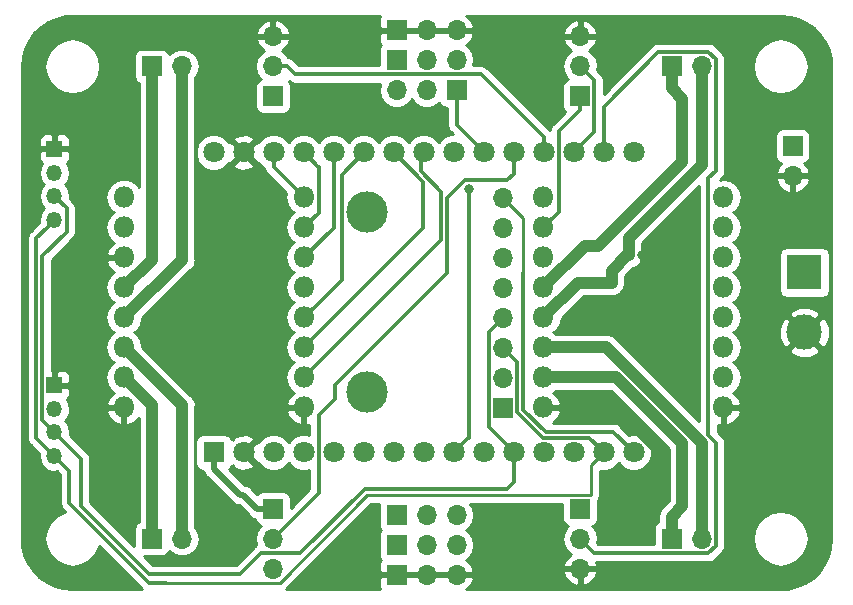
<source format=gbr>
G04 #@! TF.GenerationSoftware,KiCad,Pcbnew,(5.0.1)-3*
G04 #@! TF.CreationDate,2022-06-15T15:10:59+08:00*
G04 #@! TF.ProjectId,Omnibot V1,4F6D6E69626F742056312E6B69636164,rev?*
G04 #@! TF.SameCoordinates,Original*
G04 #@! TF.FileFunction,Copper,L1,Top,Signal*
G04 #@! TF.FilePolarity,Positive*
%FSLAX46Y46*%
G04 Gerber Fmt 4.6, Leading zero omitted, Abs format (unit mm)*
G04 Created by KiCad (PCBNEW (5.0.1)-3) date 15-Jun-22 3:10:59 PM*
%MOMM*%
%LPD*%
G01*
G04 APERTURE LIST*
G04 #@! TA.AperFunction,ComponentPad*
%ADD10C,3.000000*%
G04 #@! TD*
G04 #@! TA.AperFunction,ComponentPad*
%ADD11R,3.000000X3.000000*%
G04 #@! TD*
G04 #@! TA.AperFunction,ComponentPad*
%ADD12C,1.800000*%
G04 #@! TD*
G04 #@! TA.AperFunction,ComponentPad*
%ADD13R,1.800000X1.800000*%
G04 #@! TD*
G04 #@! TA.AperFunction,ComponentPad*
%ADD14R,1.700000X1.700000*%
G04 #@! TD*
G04 #@! TA.AperFunction,ComponentPad*
%ADD15O,1.700000X1.700000*%
G04 #@! TD*
G04 #@! TA.AperFunction,WasherPad*
%ADD16C,3.500000*%
G04 #@! TD*
G04 #@! TA.AperFunction,ComponentPad*
%ADD17O,1.800000X1.800000*%
G04 #@! TD*
G04 #@! TA.AperFunction,ComponentPad*
%ADD18O,1.350000X1.350000*%
G04 #@! TD*
G04 #@! TA.AperFunction,ComponentPad*
%ADD19R,1.350000X1.350000*%
G04 #@! TD*
G04 #@! TA.AperFunction,ViaPad*
%ADD20C,0.800000*%
G04 #@! TD*
G04 #@! TA.AperFunction,Conductor*
%ADD21C,1.000000*%
G04 #@! TD*
G04 #@! TA.AperFunction,Conductor*
%ADD22C,0.300000*%
G04 #@! TD*
G04 #@! TA.AperFunction,Conductor*
%ADD23C,0.500000*%
G04 #@! TD*
G04 #@! TA.AperFunction,Conductor*
%ADD24C,0.250000*%
G04 #@! TD*
G04 #@! TA.AperFunction,Conductor*
%ADD25C,0.254000*%
G04 #@! TD*
G04 APERTURE END LIST*
D10*
G04 #@! TO.P,J6,2*
G04 #@! TO.N,GND*
X82000000Y-52540000D03*
D11*
G04 #@! TO.P,J6,1*
G04 #@! TO.N,VCC*
X82000000Y-47460000D03*
G04 #@! TD*
D12*
G04 #@! TO.P,U3,3*
G04 #@! TO.N,N/C*
X67545000Y-37300000D03*
G04 #@! TO.P,U3,4*
G04 #@! TO.N,36*
X65005000Y-37300000D03*
G04 #@! TO.P,U3,5*
G04 #@! TO.N,39*
X62465000Y-37300000D03*
G04 #@! TO.P,U3,6*
G04 #@! TO.N,34*
X59925000Y-37300000D03*
G04 #@! TO.P,U3,7*
G04 #@! TO.N,35*
X57385000Y-37300000D03*
G04 #@! TO.P,U3,8*
G04 #@! TO.N,32*
X54845000Y-37300000D03*
G04 #@! TO.P,U3,9*
G04 #@! TO.N,33*
X52305000Y-37300000D03*
G04 #@! TO.P,U3,10*
G04 #@! TO.N,25*
X49765000Y-37300000D03*
G04 #@! TO.P,U3,11*
G04 #@! TO.N,26*
X47225000Y-37300000D03*
G04 #@! TO.P,U3,12*
G04 #@! TO.N,27*
X44685000Y-37300000D03*
G04 #@! TO.P,U3,13*
G04 #@! TO.N,14*
X42145000Y-37300000D03*
G04 #@! TO.P,U3,14*
G04 #@! TO.N,12*
X39605000Y-37300000D03*
G04 #@! TO.P,U3,16*
G04 #@! TO.N,13*
X37065000Y-37300000D03*
G04 #@! TO.P,U3,15*
G04 #@! TO.N,GND*
X34525000Y-37300000D03*
G04 #@! TO.P,U3,32*
G04 #@! TO.N,VCC*
X31985000Y-37300000D03*
G04 #@! TO.P,U3,37*
G04 #@! TO.N,23*
X67545000Y-62700000D03*
G04 #@! TO.P,U3,36*
G04 #@! TO.N,22_SCL*
X65005000Y-62700000D03*
G04 #@! TO.P,U3,35*
G04 #@! TO.N,1*
X62465000Y-62700000D03*
G04 #@! TO.P,U3,34*
G04 #@! TO.N,3*
X59925000Y-62700000D03*
G04 #@! TO.P,U3,33*
G04 #@! TO.N,21_SDA*
X57385000Y-62700000D03*
G04 #@! TO.P,U3,31*
G04 #@! TO.N,19*
X54845000Y-62700000D03*
G04 #@! TO.P,U3,30*
G04 #@! TO.N,18*
X52305000Y-62700000D03*
G04 #@! TO.P,U3,29*
G04 #@! TO.N,5*
X49765000Y-62700000D03*
G04 #@! TO.P,U3,28*
G04 #@! TO.N,17*
X47225000Y-62700000D03*
G04 #@! TO.P,U3,27*
G04 #@! TO.N,16*
X44685000Y-62700000D03*
G04 #@! TO.P,U3,26*
G04 #@! TO.N,4*
X42145000Y-62700000D03*
G04 #@! TO.P,U3,24*
G04 #@! TO.N,2*
X39605000Y-62700000D03*
G04 #@! TO.P,U3,23*
G04 #@! TO.N,15*
X37065000Y-62700000D03*
G04 #@! TO.P,U3,15*
G04 #@! TO.N,GND*
X34525000Y-62700000D03*
D13*
G04 #@! TO.P,U3,2*
G04 #@! TO.N,+3V3*
X31985000Y-62700000D03*
G04 #@! TD*
D14*
G04 #@! TO.P,J7,1*
G04 #@! TO.N,VCC*
X81000000Y-36750000D03*
D15*
G04 #@! TO.P,J7,2*
G04 #@! TO.N,GND*
X81000000Y-39290000D03*
G04 #@! TD*
D14*
G04 #@! TO.P,J3,1*
G04 #@! TO.N,+3V3*
X37000000Y-32540000D03*
D15*
G04 #@! TO.P,J3,2*
G04 #@! TO.N,34*
X37000000Y-30000000D03*
G04 #@! TO.P,J3,3*
G04 #@! TO.N,GND*
X37000000Y-27460000D03*
G04 #@! TD*
D14*
G04 #@! TO.P,J2,1*
G04 #@! TO.N,+3V3*
X37000000Y-67460000D03*
D15*
G04 #@! TO.P,J2,2*
G04 #@! TO.N,35*
X37000000Y-70000000D03*
G04 #@! TO.P,J2,3*
G04 #@! TO.N,GND*
X37000000Y-72540000D03*
G04 #@! TD*
D14*
G04 #@! TO.P,J4,1*
G04 #@! TO.N,+3V3*
X63000000Y-67460000D03*
D15*
G04 #@! TO.P,J4,2*
G04 #@! TO.N,36*
X63000000Y-70000000D03*
G04 #@! TO.P,J4,3*
G04 #@! TO.N,GND*
X63000000Y-72540000D03*
G04 #@! TD*
D14*
G04 #@! TO.P,J5,1*
G04 #@! TO.N,+3V3*
X63000000Y-32540000D03*
D15*
G04 #@! TO.P,J5,2*
G04 #@! TO.N,39*
X63000000Y-30000000D03*
G04 #@! TO.P,J5,3*
G04 #@! TO.N,GND*
X63000000Y-27460000D03*
G04 #@! TD*
G04 #@! TO.P,J12,3*
G04 #@! TO.N,GND*
X52540000Y-73060000D03*
G04 #@! TO.P,J12,2*
X50000000Y-73060000D03*
D14*
G04 #@! TO.P,J12,1*
X47460000Y-73060000D03*
G04 #@! TD*
D15*
G04 #@! TO.P,J11,3*
G04 #@! TO.N,VCC*
X52540000Y-70520000D03*
G04 #@! TO.P,J11,2*
X50000000Y-70520000D03*
D14*
G04 #@! TO.P,J11,1*
X47460000Y-70520000D03*
G04 #@! TD*
D15*
G04 #@! TO.P,J10,3*
G04 #@! TO.N,1*
X52540000Y-67980000D03*
G04 #@! TO.P,J10,2*
G04 #@! TO.N,3*
X50000000Y-67980000D03*
D14*
G04 #@! TO.P,J10,1*
G04 #@! TO.N,19*
X47460000Y-67980000D03*
G04 #@! TD*
D15*
G04 #@! TO.P,J14,3*
G04 #@! TO.N,GND*
X52540000Y-26940000D03*
G04 #@! TO.P,J14,2*
X50000000Y-26940000D03*
D14*
G04 #@! TO.P,J14,1*
X47460000Y-26940000D03*
G04 #@! TD*
D15*
G04 #@! TO.P,J13,3*
G04 #@! TO.N,VCC*
X52540000Y-29480000D03*
G04 #@! TO.P,J13,2*
X50000000Y-29480000D03*
D14*
G04 #@! TO.P,J13,1*
X47460000Y-29480000D03*
G04 #@! TD*
D15*
G04 #@! TO.P,J9,3*
G04 #@! TO.N,18*
X47460000Y-32020000D03*
G04 #@! TO.P,J9,2*
G04 #@! TO.N,33*
X50000000Y-32020000D03*
D14*
G04 #@! TO.P,J9,1*
G04 #@! TO.N,32*
X52540000Y-32020000D03*
G04 #@! TD*
G04 #@! TO.P,U4,13*
G04 #@! TO.N,+3V3*
X56466600Y-58898400D03*
D15*
G04 #@! TO.P,U4,18*
G04 #@! TO.N,GND*
X56466600Y-56358400D03*
G04 #@! TO.P,U4,23*
G04 #@! TO.N,22_SCL*
X56466600Y-53818400D03*
G04 #@! TO.P,U4,24*
G04 #@! TO.N,21_SDA*
X56466600Y-51278400D03*
G04 #@! TO.P,U4,7*
G04 #@! TO.N,N/C*
X56466600Y-48738400D03*
G04 #@! TO.P,U4,6*
X56466600Y-46198400D03*
G04 #@! TO.P,U4,9*
X56466600Y-43658400D03*
G04 #@! TO.P,U4,12*
G04 #@! TO.N,23*
X56466600Y-41118400D03*
D16*
G04 #@! TO.P,U4,*
G04 #@! TO.N,*
X44920000Y-42380000D03*
X44920000Y-57620000D03*
G04 #@! TD*
D17*
G04 #@! TO.P,U1,17*
G04 #@! TO.N,16*
X75120000Y-51270000D03*
G04 #@! TO.P,U1,16*
G04 #@! TO.N,17*
X75120000Y-53810000D03*
G04 #@! TO.P,U1,15*
G04 #@! TO.N,5*
X75120000Y-56350000D03*
G04 #@! TO.P,U1,9*
G04 #@! TO.N,GND*
X75120000Y-58890000D03*
G04 #@! TO.P,U1,22*
G04 #@! TO.N,2*
X75120000Y-43650000D03*
G04 #@! TO.P,U1,19*
G04 #@! TO.N,+3V3*
X75120000Y-48730000D03*
G04 #@! TO.P,U1,21*
G04 #@! TO.N,4*
X75120000Y-46190000D03*
G04 #@! TO.P,U1,23*
G04 #@! TO.N,15*
X75120000Y-41110000D03*
G04 #@! TO.P,U1,7*
G04 #@! TO.N,Net-(M4-Pad2)*
X59880000Y-53810000D03*
G04 #@! TO.P,U1,4*
G04 #@! TO.N,GND*
X59880000Y-58890000D03*
G04 #@! TO.P,U1,11*
G04 #@! TO.N,Net-(M4-Pad1)*
X59880000Y-56350000D03*
G04 #@! TO.P,U1,5*
G04 #@! TO.N,Net-(M3-Pad2)*
X59880000Y-51270000D03*
G04 #@! TO.P,U1,14*
G04 #@! TO.N,VCC*
X59880000Y-41110000D03*
G04 #@! TO.P,U1,18*
G04 #@! TO.N,GND*
X59880000Y-46190000D03*
G04 #@! TO.P,U1,20*
G04 #@! TO.N,+3V3*
X59880000Y-43650000D03*
G04 #@! TO.P,U1,1*
G04 #@! TO.N,Net-(M3-Pad1)*
X59880000Y-48730000D03*
G04 #@! TD*
G04 #@! TO.P,U2,1*
G04 #@! TO.N,Net-(M1-Pad1)*
X24380000Y-48730000D03*
G04 #@! TO.P,U2,20*
G04 #@! TO.N,+3V3*
X24380000Y-43650000D03*
G04 #@! TO.P,U2,18*
G04 #@! TO.N,GND*
X24380000Y-46190000D03*
G04 #@! TO.P,U2,14*
G04 #@! TO.N,VCC*
X24380000Y-41110000D03*
G04 #@! TO.P,U2,5*
G04 #@! TO.N,Net-(M1-Pad2)*
X24380000Y-51270000D03*
G04 #@! TO.P,U2,11*
G04 #@! TO.N,Net-(M2-Pad1)*
X24380000Y-56350000D03*
G04 #@! TO.P,U2,4*
G04 #@! TO.N,GND*
X24380000Y-58890000D03*
G04 #@! TO.P,U2,7*
G04 #@! TO.N,Net-(M2-Pad2)*
X24380000Y-53810000D03*
G04 #@! TO.P,U2,23*
G04 #@! TO.N,13*
X39620000Y-41110000D03*
G04 #@! TO.P,U2,21*
G04 #@! TO.N,14*
X39620000Y-46190000D03*
G04 #@! TO.P,U2,19*
G04 #@! TO.N,+3V3*
X39620000Y-48730000D03*
G04 #@! TO.P,U2,22*
G04 #@! TO.N,12*
X39620000Y-43650000D03*
G04 #@! TO.P,U2,9*
G04 #@! TO.N,GND*
X39620000Y-58890000D03*
G04 #@! TO.P,U2,15*
G04 #@! TO.N,25*
X39620000Y-56350000D03*
G04 #@! TO.P,U2,16*
G04 #@! TO.N,26*
X39620000Y-53810000D03*
G04 #@! TO.P,U2,17*
G04 #@! TO.N,27*
X39620000Y-51270000D03*
G04 #@! TD*
D18*
G04 #@! TO.P,J1,4*
G04 #@! TO.N,22_SCL*
X18500000Y-63000000D03*
G04 #@! TO.P,J1,3*
G04 #@! TO.N,21_SDA*
X18500000Y-61000000D03*
G04 #@! TO.P,J1,2*
G04 #@! TO.N,+3V3*
X18500000Y-59000000D03*
D19*
G04 #@! TO.P,J1,1*
G04 #@! TO.N,GND*
X18500000Y-57000000D03*
G04 #@! TD*
D15*
G04 #@! TO.P,M1,2*
G04 #@! TO.N,Net-(M1-Pad2)*
X29290000Y-30000000D03*
D14*
G04 #@! TO.P,M1,1*
G04 #@! TO.N,Net-(M1-Pad1)*
X26750000Y-30000000D03*
G04 #@! TD*
D15*
G04 #@! TO.P,M3,2*
G04 #@! TO.N,Net-(M3-Pad2)*
X73290000Y-30000000D03*
D14*
G04 #@! TO.P,M3,1*
G04 #@! TO.N,Net-(M3-Pad1)*
X70750000Y-30000000D03*
G04 #@! TD*
G04 #@! TO.P,M2,1*
G04 #@! TO.N,Net-(M2-Pad1)*
X26750000Y-70000000D03*
D15*
G04 #@! TO.P,M2,2*
G04 #@! TO.N,Net-(M2-Pad2)*
X29290000Y-70000000D03*
G04 #@! TD*
G04 #@! TO.P,M4,2*
G04 #@! TO.N,Net-(M4-Pad2)*
X73290000Y-70000000D03*
D14*
G04 #@! TO.P,M4,1*
G04 #@! TO.N,Net-(M4-Pad1)*
X70750000Y-70000000D03*
G04 #@! TD*
D18*
G04 #@! TO.P,J8,4*
G04 #@! TO.N,22_SCL*
X18500000Y-43000000D03*
G04 #@! TO.P,J8,3*
G04 #@! TO.N,21_SDA*
X18500000Y-41000000D03*
G04 #@! TO.P,J8,2*
G04 #@! TO.N,+3V3*
X18500000Y-39000000D03*
D19*
G04 #@! TO.P,J8,1*
G04 #@! TO.N,GND*
X18500000Y-37000000D03*
G04 #@! TD*
D20*
G04 #@! TO.N,GND*
X68250000Y-46000000D03*
X68481764Y-54000000D03*
X70000000Y-65500000D03*
G04 #@! TO.N,18*
X53600000Y-40400000D03*
G04 #@! TD*
D21*
G04 #@! TO.N,Net-(M1-Pad2)*
X29290000Y-46360000D02*
X29290000Y-30000000D01*
X24380000Y-51270000D02*
X29290000Y-46360000D01*
G04 #@! TO.N,Net-(M1-Pad1)*
X26750000Y-46360000D02*
X24380000Y-48730000D01*
X26750000Y-30000000D02*
X26750000Y-46360000D01*
G04 #@! TO.N,Net-(M2-Pad2)*
X29290000Y-58720000D02*
X24380000Y-53810000D01*
X29290000Y-70000000D02*
X29290000Y-58720000D01*
G04 #@! TO.N,Net-(M2-Pad1)*
X26750000Y-58720000D02*
X24380000Y-56350000D01*
X26750000Y-70000000D02*
X26750000Y-58720000D01*
G04 #@! TO.N,Net-(M3-Pad1)*
X70750000Y-30000000D02*
X70750000Y-31850000D01*
X70750000Y-31850000D02*
X71645001Y-32745001D01*
X71645001Y-32745001D02*
X71645001Y-38068001D01*
X71645001Y-38068001D02*
X64480001Y-45233001D01*
X63376999Y-45233001D02*
X59880000Y-48730000D01*
X64480001Y-45233001D02*
X63376999Y-45233001D01*
G04 #@! TO.N,Net-(M3-Pad2)*
X73290000Y-38360000D02*
X73290000Y-30000000D01*
X67149999Y-44500001D02*
X73290000Y-38360000D01*
X67149999Y-46000001D02*
X67149999Y-44500001D01*
X65680011Y-47319989D02*
X65680006Y-48319994D01*
X66999999Y-46000001D02*
X65680011Y-47319989D01*
X67149999Y-46000001D02*
X66999999Y-46000001D01*
X62830006Y-48319994D02*
X59880000Y-51270000D01*
X65680006Y-48319994D02*
X62830006Y-48319994D01*
G04 #@! TO.N,Net-(M4-Pad2)*
X73290000Y-70000000D02*
X73290000Y-61879928D01*
X73290000Y-61879928D02*
X65220072Y-53810000D01*
X65220072Y-53810000D02*
X59880000Y-53810000D01*
G04 #@! TO.N,Net-(M4-Pad1)*
X71645001Y-61931999D02*
X66063002Y-56350000D01*
X71645001Y-67254999D02*
X71645001Y-61931999D01*
X70750000Y-68150000D02*
X71645001Y-67254999D01*
X70750000Y-70000000D02*
X70750000Y-68150000D01*
X66063002Y-56350000D02*
X59880000Y-56350000D01*
D22*
G04 #@! TO.N,GND*
X68250000Y-53768236D02*
X68481764Y-54000000D01*
X68250000Y-46000000D02*
X68250000Y-53768236D01*
X70000000Y-63304998D02*
X70000000Y-65500000D01*
X59880000Y-58890000D02*
X65585002Y-58890000D01*
X65585002Y-58890000D02*
X70000000Y-63304998D01*
G04 #@! TO.N,36*
X64200001Y-71200001D02*
X63000000Y-70000000D01*
X73866001Y-71200001D02*
X64200001Y-71200001D01*
X73869999Y-61257833D02*
X74490001Y-61877835D01*
X73869999Y-39500000D02*
X73869999Y-61257833D01*
X74490001Y-61877835D02*
X74490001Y-70576001D01*
X65005000Y-33414998D02*
X69619999Y-28799999D01*
X69619999Y-28799999D02*
X73866001Y-28799999D01*
X73866001Y-28799999D02*
X74490001Y-29423999D01*
X74490001Y-29423999D02*
X74490001Y-38879998D01*
X74490001Y-70576001D02*
X73866001Y-71200001D01*
X65005000Y-37300000D02*
X65005000Y-33414998D01*
X74490001Y-38879998D02*
X73869999Y-39500000D01*
G04 #@! TO.N,39*
X63849999Y-30849999D02*
X63000000Y-30000000D01*
X64200001Y-31200001D02*
X63849999Y-30849999D01*
X64200001Y-35564999D02*
X64200001Y-31200001D01*
X62465000Y-37300000D02*
X64200001Y-35564999D01*
G04 #@! TO.N,34*
X38202081Y-30000000D02*
X37000000Y-30000000D01*
X38882082Y-30680001D02*
X38202081Y-30000000D01*
X54577793Y-30680001D02*
X38882082Y-30680001D01*
X59925000Y-36027208D02*
X54577793Y-30680001D01*
X59925000Y-37300000D02*
X59925000Y-36027208D01*
G04 #@! TO.N,35*
X56670000Y-37300000D02*
X57345000Y-37300000D01*
X51750000Y-41139998D02*
X53239999Y-39649999D01*
X37000000Y-70000000D02*
X40855001Y-66144999D01*
X40855001Y-66144999D02*
X40855001Y-59559997D01*
X53239999Y-39649999D02*
X56845003Y-39649999D01*
X42250000Y-58164998D02*
X42250000Y-57000000D01*
X42250000Y-57000000D02*
X51750000Y-47500000D01*
X57385000Y-39110002D02*
X57385000Y-37300000D01*
X56845003Y-39649999D02*
X57385000Y-39110002D01*
X40855001Y-59559997D02*
X42250000Y-58164998D01*
X51750000Y-47500000D02*
X51750000Y-41139998D01*
G04 #@! TO.N,32*
X54805000Y-36825000D02*
X54805000Y-37300000D01*
X52540000Y-34995000D02*
X54845000Y-37300000D01*
X52540000Y-32020000D02*
X52540000Y-34995000D01*
G04 #@! TO.N,25*
X49500000Y-37565000D02*
X49765000Y-37300000D01*
X49500000Y-38867880D02*
X49500000Y-37565000D01*
X51249990Y-40617870D02*
X49500000Y-38867880D01*
X51249990Y-44720010D02*
X51249990Y-40617870D01*
X39620000Y-56350000D02*
X51249990Y-44720010D01*
G04 #@! TO.N,26*
X49725000Y-43705000D02*
X39620000Y-53810000D01*
X49725000Y-39800000D02*
X49725000Y-43705000D01*
X47225000Y-37300000D02*
X49725000Y-39800000D01*
G04 #@! TO.N,27*
X40519999Y-50370001D02*
X39620000Y-51270000D01*
X42819999Y-48070001D02*
X40519999Y-50370001D01*
X42819999Y-39165001D02*
X42819999Y-48070001D01*
X44685000Y-37300000D02*
X42819999Y-39165001D01*
G04 #@! TO.N,14*
X42145000Y-43665000D02*
X39620000Y-46190000D01*
X42145000Y-37300000D02*
X42145000Y-43665000D01*
G04 #@! TO.N,12*
X39620000Y-37355000D02*
X39565000Y-37300000D01*
X40839999Y-38534999D02*
X39605000Y-37300000D01*
X40870001Y-38534999D02*
X40839999Y-38534999D01*
X39620000Y-43650000D02*
X40870001Y-42399999D01*
X40870001Y-42399999D02*
X40870001Y-38534999D01*
G04 #@! TO.N,13*
X37065000Y-38555000D02*
X37065000Y-37300000D01*
X39620000Y-41110000D02*
X37065000Y-38555000D01*
D23*
G04 #@! TO.N,+3V3*
X35650000Y-67460000D02*
X37000000Y-67460000D01*
X34485000Y-66295000D02*
X35650000Y-67460000D01*
X31985000Y-64100000D02*
X31985000Y-62700000D01*
X34180000Y-66295000D02*
X31985000Y-64100000D01*
X34485000Y-66295000D02*
X34180000Y-66295000D01*
D22*
X60779999Y-42750001D02*
X59880000Y-43650000D01*
X61214999Y-42315001D02*
X60779999Y-42750001D01*
X61214999Y-35475001D02*
X61214999Y-42315001D01*
X63000000Y-33690000D02*
X61214999Y-35475001D01*
X63000000Y-32540000D02*
X63000000Y-33690000D01*
D24*
G04 #@! TO.N,23*
X56466600Y-41118400D02*
X58200000Y-42851800D01*
X58200000Y-42851800D02*
X58200000Y-47500000D01*
D22*
X58200000Y-59060002D02*
X58200000Y-47500000D01*
X60089987Y-60949989D02*
X58200000Y-59060002D01*
X65794989Y-60949989D02*
X60089987Y-60949989D01*
X67545000Y-62700000D02*
X65794989Y-60949989D01*
G04 #@! TO.N,22_SCL*
X19000000Y-43000000D02*
X18045406Y-43000000D01*
D24*
X63920001Y-66284999D02*
X44994003Y-66284999D01*
X44994003Y-66284999D02*
X37564001Y-73715001D01*
X37564001Y-73715001D02*
X27977235Y-73715001D01*
D22*
X26479871Y-73715001D02*
X27977235Y-73715001D01*
X19764870Y-67000000D02*
X26479871Y-73715001D01*
X19764870Y-64264870D02*
X19764870Y-67000000D01*
X18500000Y-63000000D02*
X19764870Y-64264870D01*
X17825001Y-43674999D02*
X18500000Y-43000000D01*
X16974989Y-44525011D02*
X17825001Y-43674999D01*
X16974989Y-61474989D02*
X16974989Y-44525011D01*
X18500000Y-63000000D02*
X16974989Y-61474989D01*
D24*
X63920001Y-63784999D02*
X65005000Y-62700000D01*
X63920001Y-66284999D02*
X63920001Y-63784999D01*
D22*
X57666601Y-55018401D02*
X56466600Y-53818400D01*
X57666601Y-59233723D02*
X57666601Y-55018401D01*
X59882877Y-61449999D02*
X57666601Y-59233723D01*
X63754999Y-61449999D02*
X59882877Y-61449999D01*
X65005000Y-62700000D02*
X63754999Y-61449999D01*
G04 #@! TO.N,21_SDA*
X56466600Y-51278400D02*
X55266599Y-52478401D01*
X39299999Y-71200001D02*
X44750000Y-65750000D01*
X44750000Y-65750000D02*
X56835000Y-65750000D01*
X18500000Y-61000000D02*
X20729980Y-63229980D01*
X20729980Y-63229980D02*
X20729980Y-67229980D01*
X20729980Y-67229980D02*
X26500000Y-73000000D01*
X26500000Y-73000000D02*
X34200001Y-73000000D01*
X34200001Y-73000000D02*
X36000000Y-71200001D01*
X36000000Y-71200001D02*
X39299999Y-71200001D01*
X17474999Y-59974999D02*
X18500000Y-61000000D01*
X17474999Y-46042003D02*
X17474999Y-59974999D01*
X19525001Y-43992001D02*
X17474999Y-46042003D01*
X19525001Y-42025001D02*
X19525001Y-43992001D01*
X18500000Y-41000000D02*
X19525001Y-42025001D01*
X57385000Y-65200000D02*
X57385000Y-62700000D01*
X56835000Y-65750000D02*
X57385000Y-65200000D01*
X55266599Y-60581599D02*
X55266599Y-60000000D01*
X57385000Y-62700000D02*
X55266599Y-60581599D01*
X55266599Y-52478401D02*
X55266599Y-60000000D01*
X55266599Y-60000000D02*
X55266599Y-60028401D01*
G04 #@! TO.N,18*
X53600000Y-40400000D02*
X53600000Y-61495000D01*
X53510000Y-61495000D02*
X52305000Y-62700000D01*
X53600000Y-61495000D02*
X53510000Y-61495000D01*
G04 #@! TD*
D25*
G04 #@! TO.N,GND*
G36*
X45975000Y-25963691D02*
X45975000Y-26654250D01*
X46133750Y-26813000D01*
X47333000Y-26813000D01*
X47333000Y-26793000D01*
X47587000Y-26793000D01*
X47587000Y-26813000D01*
X49873000Y-26813000D01*
X49873000Y-26793000D01*
X50127000Y-26793000D01*
X50127000Y-26813000D01*
X52413000Y-26813000D01*
X52413000Y-26793000D01*
X52667000Y-26793000D01*
X52667000Y-26813000D01*
X53860819Y-26813000D01*
X53981486Y-26583108D01*
X53735183Y-26058642D01*
X53380053Y-25735000D01*
X79967269Y-25735000D01*
X80754747Y-25805281D01*
X81485643Y-26005231D01*
X82169575Y-26331450D01*
X82784928Y-26773626D01*
X83312259Y-27317789D01*
X83734886Y-27946726D01*
X84039463Y-28640570D01*
X84217715Y-29383039D01*
X84265001Y-30026963D01*
X84265000Y-69967269D01*
X84194719Y-70754748D01*
X83994769Y-71485643D01*
X83668550Y-72169575D01*
X83226374Y-72784928D01*
X82682211Y-73312259D01*
X82053274Y-73734886D01*
X81359429Y-74039464D01*
X80616961Y-74217714D01*
X79973051Y-74265000D01*
X53380053Y-74265000D01*
X53735183Y-73941358D01*
X53981486Y-73416892D01*
X53860819Y-73187000D01*
X52667000Y-73187000D01*
X52667000Y-73207000D01*
X52413000Y-73207000D01*
X52413000Y-73187000D01*
X50127000Y-73187000D01*
X50127000Y-73207000D01*
X49873000Y-73207000D01*
X49873000Y-73187000D01*
X47587000Y-73187000D01*
X47587000Y-73207000D01*
X47333000Y-73207000D01*
X47333000Y-73187000D01*
X46133750Y-73187000D01*
X45975000Y-73345750D01*
X45975000Y-74036309D01*
X46069727Y-74265000D01*
X38108832Y-74265000D01*
X38111930Y-74262930D01*
X38154332Y-74199471D01*
X45308805Y-67044999D01*
X45979468Y-67044999D01*
X45962560Y-67130000D01*
X45962560Y-68830000D01*
X46011843Y-69077765D01*
X46126928Y-69250000D01*
X46011843Y-69422235D01*
X45962560Y-69670000D01*
X45962560Y-71370000D01*
X46011843Y-71617765D01*
X46128949Y-71793025D01*
X46071673Y-71850302D01*
X45975000Y-72083691D01*
X45975000Y-72774250D01*
X46133750Y-72933000D01*
X47333000Y-72933000D01*
X47333000Y-72913000D01*
X47587000Y-72913000D01*
X47587000Y-72933000D01*
X49873000Y-72933000D01*
X49873000Y-72913000D01*
X50127000Y-72913000D01*
X50127000Y-72933000D01*
X52413000Y-72933000D01*
X52413000Y-72913000D01*
X52667000Y-72913000D01*
X52667000Y-72933000D01*
X53860819Y-72933000D01*
X53879772Y-72896890D01*
X61558524Y-72896890D01*
X61728355Y-73306924D01*
X62118642Y-73735183D01*
X62643108Y-73981486D01*
X62873000Y-73860819D01*
X62873000Y-72667000D01*
X63127000Y-72667000D01*
X63127000Y-73860819D01*
X63356892Y-73981486D01*
X63881358Y-73735183D01*
X64271645Y-73306924D01*
X64441476Y-72896890D01*
X64320155Y-72667000D01*
X63127000Y-72667000D01*
X62873000Y-72667000D01*
X61679845Y-72667000D01*
X61558524Y-72896890D01*
X53879772Y-72896890D01*
X53981486Y-72703108D01*
X53735183Y-72178642D01*
X53310214Y-71791353D01*
X53610625Y-71590625D01*
X53938839Y-71099418D01*
X54054092Y-70520000D01*
X53938839Y-69940582D01*
X53610625Y-69449375D01*
X53312239Y-69250000D01*
X53610625Y-69050625D01*
X53938839Y-68559418D01*
X54054092Y-67980000D01*
X53938839Y-67400582D01*
X53701246Y-67044999D01*
X61502560Y-67044999D01*
X61502560Y-68310000D01*
X61551843Y-68557765D01*
X61692191Y-68767809D01*
X61902235Y-68908157D01*
X61947619Y-68917184D01*
X61929375Y-68929375D01*
X61601161Y-69420582D01*
X61485908Y-70000000D01*
X61601161Y-70579418D01*
X61929375Y-71070625D01*
X62248478Y-71283843D01*
X62118642Y-71344817D01*
X61728355Y-71773076D01*
X61558524Y-72183110D01*
X61679845Y-72413000D01*
X62873000Y-72413000D01*
X62873000Y-72393000D01*
X63127000Y-72393000D01*
X63127000Y-72413000D01*
X64320155Y-72413000D01*
X64441476Y-72183110D01*
X64359422Y-71985001D01*
X73788689Y-71985001D01*
X73866001Y-72000379D01*
X73943313Y-71985001D01*
X73943317Y-71985001D01*
X74172293Y-71939455D01*
X74431954Y-71765954D01*
X74475750Y-71700409D01*
X74990411Y-71185748D01*
X75055954Y-71141954D01*
X75099748Y-71076412D01*
X75099750Y-71076410D01*
X75183705Y-70950762D01*
X75229455Y-70882293D01*
X75275001Y-70653317D01*
X75275001Y-70653313D01*
X75290379Y-70576002D01*
X75275001Y-70498691D01*
X75275001Y-70000000D01*
X77645000Y-70000000D01*
X77760262Y-70727735D01*
X78094765Y-71384234D01*
X78615766Y-71905235D01*
X79272265Y-72239738D01*
X80000000Y-72355000D01*
X80727735Y-72239738D01*
X81384234Y-71905235D01*
X81905235Y-71384234D01*
X82239738Y-70727735D01*
X82355000Y-70000000D01*
X82239738Y-69272265D01*
X81905235Y-68615766D01*
X81384234Y-68094765D01*
X80727735Y-67760262D01*
X80000000Y-67645000D01*
X79272265Y-67760262D01*
X78615766Y-68094765D01*
X78094765Y-68615766D01*
X77760262Y-69272265D01*
X77645000Y-70000000D01*
X75275001Y-70000000D01*
X75275001Y-61955145D01*
X75290379Y-61877834D01*
X75275001Y-61800523D01*
X75275001Y-61800519D01*
X75229455Y-61571543D01*
X75148241Y-61449999D01*
X75099750Y-61377426D01*
X75099748Y-61377424D01*
X75055954Y-61311882D01*
X74990412Y-61268088D01*
X74654999Y-60932676D01*
X74654999Y-60334303D01*
X74755258Y-60381046D01*
X74993000Y-60260997D01*
X74993000Y-59017000D01*
X75247000Y-59017000D01*
X75247000Y-60260997D01*
X75484742Y-60381046D01*
X76027576Y-60127966D01*
X76432240Y-59686417D01*
X76611036Y-59254740D01*
X76490378Y-59017000D01*
X75247000Y-59017000D01*
X74993000Y-59017000D01*
X74973000Y-59017000D01*
X74973000Y-58763000D01*
X74993000Y-58763000D01*
X74993000Y-58743000D01*
X75247000Y-58743000D01*
X75247000Y-58763000D01*
X76490378Y-58763000D01*
X76611036Y-58525260D01*
X76432240Y-58093583D01*
X76027576Y-57652034D01*
X75972632Y-57626418D01*
X76226673Y-57456673D01*
X76565938Y-56948927D01*
X76685072Y-56350000D01*
X76565938Y-55751073D01*
X76226673Y-55243327D01*
X75982237Y-55080000D01*
X76226673Y-54916673D01*
X76565938Y-54408927D01*
X76636543Y-54053970D01*
X80665635Y-54053970D01*
X80825418Y-54372739D01*
X81616187Y-54682723D01*
X82465387Y-54666497D01*
X83174582Y-54372739D01*
X83334365Y-54053970D01*
X82000000Y-52719605D01*
X80665635Y-54053970D01*
X76636543Y-54053970D01*
X76685072Y-53810000D01*
X76565938Y-53211073D01*
X76226673Y-52703327D01*
X75982237Y-52540000D01*
X76226673Y-52376673D01*
X76373997Y-52156187D01*
X79857277Y-52156187D01*
X79873503Y-53005387D01*
X80167261Y-53714582D01*
X80486030Y-53874365D01*
X81820395Y-52540000D01*
X82179605Y-52540000D01*
X83513970Y-53874365D01*
X83832739Y-53714582D01*
X84142723Y-52923813D01*
X84126497Y-52074613D01*
X83832739Y-51365418D01*
X83513970Y-51205635D01*
X82179605Y-52540000D01*
X81820395Y-52540000D01*
X80486030Y-51205635D01*
X80167261Y-51365418D01*
X79857277Y-52156187D01*
X76373997Y-52156187D01*
X76565938Y-51868927D01*
X76685072Y-51270000D01*
X76636544Y-51026030D01*
X80665635Y-51026030D01*
X82000000Y-52360395D01*
X83334365Y-51026030D01*
X83174582Y-50707261D01*
X82383813Y-50397277D01*
X81534613Y-50413503D01*
X80825418Y-50707261D01*
X80665635Y-51026030D01*
X76636544Y-51026030D01*
X76565938Y-50671073D01*
X76226673Y-50163327D01*
X75982237Y-50000000D01*
X76226673Y-49836673D01*
X76565938Y-49328927D01*
X76685072Y-48730000D01*
X76565938Y-48131073D01*
X76226673Y-47623327D01*
X75982237Y-47460000D01*
X76226673Y-47296673D01*
X76565938Y-46788927D01*
X76685072Y-46190000D01*
X76639323Y-45960000D01*
X79852560Y-45960000D01*
X79852560Y-48960000D01*
X79901843Y-49207765D01*
X80042191Y-49417809D01*
X80252235Y-49558157D01*
X80500000Y-49607440D01*
X83500000Y-49607440D01*
X83747765Y-49558157D01*
X83957809Y-49417809D01*
X84098157Y-49207765D01*
X84147440Y-48960000D01*
X84147440Y-45960000D01*
X84098157Y-45712235D01*
X83957809Y-45502191D01*
X83747765Y-45361843D01*
X83500000Y-45312560D01*
X80500000Y-45312560D01*
X80252235Y-45361843D01*
X80042191Y-45502191D01*
X79901843Y-45712235D01*
X79852560Y-45960000D01*
X76639323Y-45960000D01*
X76565938Y-45591073D01*
X76226673Y-45083327D01*
X75982237Y-44920000D01*
X76226673Y-44756673D01*
X76565938Y-44248927D01*
X76685072Y-43650000D01*
X76565938Y-43051073D01*
X76226673Y-42543327D01*
X75982237Y-42380000D01*
X76226673Y-42216673D01*
X76565938Y-41708927D01*
X76685072Y-41110000D01*
X76565938Y-40511073D01*
X76226673Y-40003327D01*
X75718927Y-39664062D01*
X75632598Y-39646890D01*
X79558524Y-39646890D01*
X79728355Y-40056924D01*
X80118642Y-40485183D01*
X80643108Y-40731486D01*
X80873000Y-40610819D01*
X80873000Y-39417000D01*
X81127000Y-39417000D01*
X81127000Y-40610819D01*
X81356892Y-40731486D01*
X81881358Y-40485183D01*
X82271645Y-40056924D01*
X82441476Y-39646890D01*
X82320155Y-39417000D01*
X81127000Y-39417000D01*
X80873000Y-39417000D01*
X79679845Y-39417000D01*
X79558524Y-39646890D01*
X75632598Y-39646890D01*
X75271182Y-39575000D01*
X74968818Y-39575000D01*
X74889349Y-39590807D01*
X74990411Y-39489745D01*
X75055954Y-39445951D01*
X75099748Y-39380409D01*
X75099750Y-39380407D01*
X75170546Y-39274453D01*
X75229455Y-39186290D01*
X75275001Y-38957314D01*
X75275001Y-38957310D01*
X75290379Y-38879999D01*
X75275001Y-38802688D01*
X75275001Y-35900000D01*
X79502560Y-35900000D01*
X79502560Y-37600000D01*
X79551843Y-37847765D01*
X79692191Y-38057809D01*
X79902235Y-38198157D01*
X80005708Y-38218739D01*
X79728355Y-38523076D01*
X79558524Y-38933110D01*
X79679845Y-39163000D01*
X80873000Y-39163000D01*
X80873000Y-39143000D01*
X81127000Y-39143000D01*
X81127000Y-39163000D01*
X82320155Y-39163000D01*
X82441476Y-38933110D01*
X82271645Y-38523076D01*
X81994292Y-38218739D01*
X82097765Y-38198157D01*
X82307809Y-38057809D01*
X82448157Y-37847765D01*
X82497440Y-37600000D01*
X82497440Y-35900000D01*
X82448157Y-35652235D01*
X82307809Y-35442191D01*
X82097765Y-35301843D01*
X81850000Y-35252560D01*
X80150000Y-35252560D01*
X79902235Y-35301843D01*
X79692191Y-35442191D01*
X79551843Y-35652235D01*
X79502560Y-35900000D01*
X75275001Y-35900000D01*
X75275001Y-30000000D01*
X77645000Y-30000000D01*
X77760262Y-30727735D01*
X78094765Y-31384234D01*
X78615766Y-31905235D01*
X79272265Y-32239738D01*
X80000000Y-32355000D01*
X80727735Y-32239738D01*
X81384234Y-31905235D01*
X81905235Y-31384234D01*
X82239738Y-30727735D01*
X82355000Y-30000000D01*
X82239738Y-29272265D01*
X81905235Y-28615766D01*
X81384234Y-28094765D01*
X80727735Y-27760262D01*
X80000000Y-27645000D01*
X79272265Y-27760262D01*
X78615766Y-28094765D01*
X78094765Y-28615766D01*
X77760262Y-29272265D01*
X77645000Y-30000000D01*
X75275001Y-30000000D01*
X75275001Y-29501309D01*
X75290379Y-29423998D01*
X75275001Y-29346687D01*
X75275001Y-29346683D01*
X75229455Y-29117707D01*
X75123843Y-28959648D01*
X75099750Y-28923590D01*
X75099748Y-28923588D01*
X75055954Y-28858046D01*
X74990412Y-28814252D01*
X74475750Y-28299591D01*
X74431954Y-28234046D01*
X74172293Y-28060545D01*
X73943317Y-28014999D01*
X73943313Y-28014999D01*
X73866001Y-27999621D01*
X73788689Y-28014999D01*
X69697309Y-28014999D01*
X69619998Y-27999621D01*
X69542687Y-28014999D01*
X69542683Y-28014999D01*
X69313707Y-28060545D01*
X69213046Y-28127805D01*
X69119590Y-28190250D01*
X69119588Y-28190252D01*
X69054046Y-28234046D01*
X69010252Y-28299588D01*
X64985001Y-32324840D01*
X64985001Y-31277313D01*
X65000379Y-31200001D01*
X64985001Y-31122689D01*
X64985001Y-31122685D01*
X64939455Y-30893709D01*
X64765954Y-30634048D01*
X64700407Y-30590250D01*
X64459750Y-30349594D01*
X64459748Y-30349590D01*
X64447075Y-30336917D01*
X64514092Y-30000000D01*
X64398839Y-29420582D01*
X64070625Y-28929375D01*
X63751522Y-28716157D01*
X63881358Y-28655183D01*
X64271645Y-28226924D01*
X64441476Y-27816890D01*
X64320155Y-27587000D01*
X63127000Y-27587000D01*
X63127000Y-27607000D01*
X62873000Y-27607000D01*
X62873000Y-27587000D01*
X61679845Y-27587000D01*
X61558524Y-27816890D01*
X61728355Y-28226924D01*
X62118642Y-28655183D01*
X62248478Y-28716157D01*
X61929375Y-28929375D01*
X61601161Y-29420582D01*
X61485908Y-30000000D01*
X61601161Y-30579418D01*
X61929375Y-31070625D01*
X61947619Y-31082816D01*
X61902235Y-31091843D01*
X61692191Y-31232191D01*
X61551843Y-31442235D01*
X61502560Y-31690000D01*
X61502560Y-33390000D01*
X61551843Y-33637765D01*
X61692191Y-33847809D01*
X61716075Y-33863768D01*
X60714591Y-34865252D01*
X60649046Y-34909048D01*
X60605250Y-34974593D01*
X60475546Y-35168709D01*
X60475545Y-35168710D01*
X60429999Y-35397686D01*
X60429999Y-35397689D01*
X60425989Y-35417847D01*
X60425408Y-35417459D01*
X55187542Y-30179593D01*
X55143746Y-30114048D01*
X54884085Y-29940547D01*
X54655109Y-29895001D01*
X54655105Y-29895001D01*
X54577793Y-29879623D01*
X54500481Y-29895001D01*
X53971543Y-29895001D01*
X54054092Y-29480000D01*
X53938839Y-28900582D01*
X53610625Y-28409375D01*
X53310214Y-28208647D01*
X53735183Y-27821358D01*
X53981486Y-27296892D01*
X53879773Y-27103110D01*
X61558524Y-27103110D01*
X61679845Y-27333000D01*
X62873000Y-27333000D01*
X62873000Y-26139181D01*
X63127000Y-26139181D01*
X63127000Y-27333000D01*
X64320155Y-27333000D01*
X64441476Y-27103110D01*
X64271645Y-26693076D01*
X63881358Y-26264817D01*
X63356892Y-26018514D01*
X63127000Y-26139181D01*
X62873000Y-26139181D01*
X62643108Y-26018514D01*
X62118642Y-26264817D01*
X61728355Y-26693076D01*
X61558524Y-27103110D01*
X53879773Y-27103110D01*
X53860819Y-27067000D01*
X52667000Y-27067000D01*
X52667000Y-27087000D01*
X52413000Y-27087000D01*
X52413000Y-27067000D01*
X50127000Y-27067000D01*
X50127000Y-27087000D01*
X49873000Y-27087000D01*
X49873000Y-27067000D01*
X47587000Y-27067000D01*
X47587000Y-27087000D01*
X47333000Y-27087000D01*
X47333000Y-27067000D01*
X46133750Y-27067000D01*
X45975000Y-27225750D01*
X45975000Y-27916309D01*
X46071673Y-28149698D01*
X46128949Y-28206975D01*
X46011843Y-28382235D01*
X45962560Y-28630000D01*
X45962560Y-29895001D01*
X39207239Y-29895001D01*
X38811830Y-29499592D01*
X38768034Y-29434047D01*
X38508373Y-29260546D01*
X38279397Y-29215000D01*
X38279393Y-29215000D01*
X38258727Y-29210889D01*
X38070625Y-28929375D01*
X37751522Y-28716157D01*
X37881358Y-28655183D01*
X38271645Y-28226924D01*
X38441476Y-27816890D01*
X38320155Y-27587000D01*
X37127000Y-27587000D01*
X37127000Y-27607000D01*
X36873000Y-27607000D01*
X36873000Y-27587000D01*
X35679845Y-27587000D01*
X35558524Y-27816890D01*
X35728355Y-28226924D01*
X36118642Y-28655183D01*
X36248478Y-28716157D01*
X35929375Y-28929375D01*
X35601161Y-29420582D01*
X35485908Y-30000000D01*
X35601161Y-30579418D01*
X35929375Y-31070625D01*
X35947619Y-31082816D01*
X35902235Y-31091843D01*
X35692191Y-31232191D01*
X35551843Y-31442235D01*
X35502560Y-31690000D01*
X35502560Y-33390000D01*
X35551843Y-33637765D01*
X35692191Y-33847809D01*
X35902235Y-33988157D01*
X36150000Y-34037440D01*
X37850000Y-34037440D01*
X38097765Y-33988157D01*
X38307809Y-33847809D01*
X38448157Y-33637765D01*
X38497440Y-33390000D01*
X38497440Y-31690000D01*
X38448157Y-31442235D01*
X38317712Y-31247012D01*
X38575790Y-31419455D01*
X38804766Y-31465001D01*
X38804770Y-31465001D01*
X38882082Y-31480379D01*
X38959394Y-31465001D01*
X46056304Y-31465001D01*
X45945908Y-32020000D01*
X46061161Y-32599418D01*
X46389375Y-33090625D01*
X46880582Y-33418839D01*
X47313744Y-33505000D01*
X47606256Y-33505000D01*
X48039418Y-33418839D01*
X48530625Y-33090625D01*
X48730000Y-32792239D01*
X48929375Y-33090625D01*
X49420582Y-33418839D01*
X49853744Y-33505000D01*
X50146256Y-33505000D01*
X50579418Y-33418839D01*
X51070625Y-33090625D01*
X51082816Y-33072381D01*
X51091843Y-33117765D01*
X51232191Y-33327809D01*
X51442235Y-33468157D01*
X51690000Y-33517440D01*
X51755001Y-33517440D01*
X51755001Y-34917683D01*
X51739622Y-34995000D01*
X51800546Y-35301291D01*
X51930251Y-35495408D01*
X51930254Y-35495411D01*
X51974048Y-35560953D01*
X52039590Y-35604747D01*
X52199843Y-35765000D01*
X51999670Y-35765000D01*
X51435493Y-35998690D01*
X51035000Y-36399183D01*
X50634507Y-35998690D01*
X50070330Y-35765000D01*
X49459670Y-35765000D01*
X48895493Y-35998690D01*
X48495000Y-36399183D01*
X48094507Y-35998690D01*
X47530330Y-35765000D01*
X46919670Y-35765000D01*
X46355493Y-35998690D01*
X45955000Y-36399183D01*
X45554507Y-35998690D01*
X44990330Y-35765000D01*
X44379670Y-35765000D01*
X43815493Y-35998690D01*
X43415000Y-36399183D01*
X43014507Y-35998690D01*
X42450330Y-35765000D01*
X41839670Y-35765000D01*
X41275493Y-35998690D01*
X40875000Y-36399183D01*
X40474507Y-35998690D01*
X39910330Y-35765000D01*
X39299670Y-35765000D01*
X38735493Y-35998690D01*
X38335000Y-36399183D01*
X37934507Y-35998690D01*
X37370330Y-35765000D01*
X36759670Y-35765000D01*
X36195493Y-35998690D01*
X35763690Y-36430493D01*
X35755562Y-36450115D01*
X35605159Y-36399446D01*
X34704605Y-37300000D01*
X35605159Y-38200554D01*
X35755562Y-38149885D01*
X35763690Y-38169507D01*
X36195493Y-38601310D01*
X36280867Y-38636673D01*
X36325546Y-38861291D01*
X36499047Y-39120953D01*
X36564592Y-39164749D01*
X38130403Y-40730560D01*
X38054928Y-41110000D01*
X38174062Y-41708927D01*
X38513327Y-42216673D01*
X38757763Y-42380000D01*
X38513327Y-42543327D01*
X38174062Y-43051073D01*
X38054928Y-43650000D01*
X38174062Y-44248927D01*
X38513327Y-44756673D01*
X38757763Y-44920000D01*
X38513327Y-45083327D01*
X38174062Y-45591073D01*
X38054928Y-46190000D01*
X38174062Y-46788927D01*
X38513327Y-47296673D01*
X38757763Y-47460000D01*
X38513327Y-47623327D01*
X38174062Y-48131073D01*
X38054928Y-48730000D01*
X38174062Y-49328927D01*
X38513327Y-49836673D01*
X38757763Y-50000000D01*
X38513327Y-50163327D01*
X38174062Y-50671073D01*
X38054928Y-51270000D01*
X38174062Y-51868927D01*
X38513327Y-52376673D01*
X38757763Y-52540000D01*
X38513327Y-52703327D01*
X38174062Y-53211073D01*
X38054928Y-53810000D01*
X38174062Y-54408927D01*
X38513327Y-54916673D01*
X38757763Y-55080000D01*
X38513327Y-55243327D01*
X38174062Y-55751073D01*
X38054928Y-56350000D01*
X38174062Y-56948927D01*
X38513327Y-57456673D01*
X38767368Y-57626418D01*
X38712424Y-57652034D01*
X38307760Y-58093583D01*
X38128964Y-58525260D01*
X38249622Y-58763000D01*
X39493000Y-58763000D01*
X39493000Y-58743000D01*
X39747000Y-58743000D01*
X39747000Y-58763000D01*
X39767000Y-58763000D01*
X39767000Y-59017000D01*
X39747000Y-59017000D01*
X39747000Y-60260997D01*
X39984742Y-60381046D01*
X40070002Y-60341296D01*
X40070002Y-61231138D01*
X39910330Y-61165000D01*
X39299670Y-61165000D01*
X38735493Y-61398690D01*
X38335000Y-61799183D01*
X37934507Y-61398690D01*
X37370330Y-61165000D01*
X36759670Y-61165000D01*
X36195493Y-61398690D01*
X35763690Y-61830493D01*
X35755562Y-61850115D01*
X35605159Y-61799446D01*
X34704605Y-62700000D01*
X35605159Y-63600554D01*
X35755562Y-63549885D01*
X35763690Y-63569507D01*
X36195493Y-64001310D01*
X36759670Y-64235000D01*
X37370330Y-64235000D01*
X37934507Y-64001310D01*
X38335000Y-63600817D01*
X38735493Y-64001310D01*
X39299670Y-64235000D01*
X39910330Y-64235000D01*
X40070001Y-64168862D01*
X40070001Y-65819842D01*
X38497440Y-67392403D01*
X38497440Y-66610000D01*
X38448157Y-66362235D01*
X38307809Y-66152191D01*
X38097765Y-66011843D01*
X37850000Y-65962560D01*
X36150000Y-65962560D01*
X35902235Y-66011843D01*
X35692191Y-66152191D01*
X35652769Y-66211190D01*
X35172425Y-65730847D01*
X35123049Y-65656951D01*
X34830310Y-65461348D01*
X34572165Y-65410000D01*
X34572161Y-65410000D01*
X34540227Y-65403648D01*
X33253837Y-64117259D01*
X33342809Y-64057809D01*
X33475058Y-63859886D01*
X33509890Y-63894718D01*
X33624447Y-63780161D01*
X33710852Y-64036643D01*
X34284336Y-64246458D01*
X34894460Y-64220839D01*
X35339148Y-64036643D01*
X35425554Y-63780159D01*
X34525000Y-62879605D01*
X34510858Y-62893748D01*
X34331253Y-62714143D01*
X34345395Y-62700000D01*
X34331253Y-62685858D01*
X34510858Y-62506253D01*
X34525000Y-62520395D01*
X35425554Y-61619841D01*
X35339148Y-61363357D01*
X34765664Y-61153542D01*
X34155540Y-61179161D01*
X33710852Y-61363357D01*
X33624447Y-61619839D01*
X33509890Y-61505282D01*
X33475058Y-61540114D01*
X33342809Y-61342191D01*
X33132765Y-61201843D01*
X32885000Y-61152560D01*
X31085000Y-61152560D01*
X30837235Y-61201843D01*
X30627191Y-61342191D01*
X30486843Y-61552235D01*
X30437560Y-61800000D01*
X30437560Y-63600000D01*
X30486843Y-63847765D01*
X30627191Y-64057809D01*
X30837235Y-64198157D01*
X31085000Y-64247440D01*
X31111990Y-64247440D01*
X31151348Y-64445309D01*
X31346951Y-64738049D01*
X31420847Y-64787425D01*
X33492577Y-66859156D01*
X33541951Y-66933049D01*
X33615844Y-66982423D01*
X33615845Y-66982424D01*
X33834690Y-67128652D01*
X34092835Y-67180000D01*
X34092839Y-67180000D01*
X34124774Y-67186352D01*
X34962577Y-68024156D01*
X35011951Y-68098049D01*
X35085844Y-68147423D01*
X35085845Y-68147424D01*
X35304690Y-68293652D01*
X35507326Y-68333959D01*
X35551843Y-68557765D01*
X35692191Y-68767809D01*
X35902235Y-68908157D01*
X35947619Y-68917184D01*
X35929375Y-68929375D01*
X35601161Y-69420582D01*
X35485908Y-70000000D01*
X35591147Y-70529076D01*
X35499591Y-70590252D01*
X35499589Y-70590254D01*
X35434047Y-70634048D01*
X35390253Y-70699590D01*
X33874844Y-72215000D01*
X26825157Y-72215000D01*
X26107597Y-71497440D01*
X27600000Y-71497440D01*
X27847765Y-71448157D01*
X28057809Y-71307809D01*
X28198157Y-71097765D01*
X28207184Y-71052381D01*
X28219375Y-71070625D01*
X28710582Y-71398839D01*
X29143744Y-71485000D01*
X29436256Y-71485000D01*
X29869418Y-71398839D01*
X30360625Y-71070625D01*
X30688839Y-70579418D01*
X30804092Y-70000000D01*
X30688839Y-69420582D01*
X30425000Y-69025719D01*
X30425000Y-59254740D01*
X38128964Y-59254740D01*
X38307760Y-59686417D01*
X38712424Y-60127966D01*
X39255258Y-60381046D01*
X39493000Y-60260997D01*
X39493000Y-59017000D01*
X38249622Y-59017000D01*
X38128964Y-59254740D01*
X30425000Y-59254740D01*
X30425000Y-58831783D01*
X30447235Y-58720000D01*
X30359146Y-58277145D01*
X30171609Y-57996476D01*
X30108289Y-57901711D01*
X30013524Y-57838391D01*
X25935125Y-53759994D01*
X25825938Y-53211073D01*
X25486673Y-52703327D01*
X25242237Y-52540000D01*
X25486673Y-52376673D01*
X25825938Y-51868927D01*
X25935125Y-51320006D01*
X30013524Y-47241608D01*
X30108289Y-47178289D01*
X30359146Y-46802855D01*
X30425000Y-46471783D01*
X30425000Y-46471782D01*
X30447235Y-46360000D01*
X30425000Y-46248217D01*
X30425000Y-36994670D01*
X30450000Y-36994670D01*
X30450000Y-37605330D01*
X30683690Y-38169507D01*
X31115493Y-38601310D01*
X31679670Y-38835000D01*
X32290330Y-38835000D01*
X32854507Y-38601310D01*
X33075658Y-38380159D01*
X33624446Y-38380159D01*
X33710852Y-38636643D01*
X34284336Y-38846458D01*
X34894460Y-38820839D01*
X35339148Y-38636643D01*
X35425554Y-38380159D01*
X34525000Y-37479605D01*
X33624446Y-38380159D01*
X33075658Y-38380159D01*
X33286310Y-38169507D01*
X33294438Y-38149885D01*
X33444841Y-38200554D01*
X34345395Y-37300000D01*
X33444841Y-36399446D01*
X33294438Y-36450115D01*
X33286310Y-36430493D01*
X33075658Y-36219841D01*
X33624446Y-36219841D01*
X34525000Y-37120395D01*
X35425554Y-36219841D01*
X35339148Y-35963357D01*
X34765664Y-35753542D01*
X34155540Y-35779161D01*
X33710852Y-35963357D01*
X33624446Y-36219841D01*
X33075658Y-36219841D01*
X32854507Y-35998690D01*
X32290330Y-35765000D01*
X31679670Y-35765000D01*
X31115493Y-35998690D01*
X30683690Y-36430493D01*
X30450000Y-36994670D01*
X30425000Y-36994670D01*
X30425000Y-30974281D01*
X30688839Y-30579418D01*
X30804092Y-30000000D01*
X30688839Y-29420582D01*
X30360625Y-28929375D01*
X29869418Y-28601161D01*
X29436256Y-28515000D01*
X29143744Y-28515000D01*
X28710582Y-28601161D01*
X28219375Y-28929375D01*
X28207184Y-28947619D01*
X28198157Y-28902235D01*
X28057809Y-28692191D01*
X27847765Y-28551843D01*
X27600000Y-28502560D01*
X25900000Y-28502560D01*
X25652235Y-28551843D01*
X25442191Y-28692191D01*
X25301843Y-28902235D01*
X25252560Y-29150000D01*
X25252560Y-30850000D01*
X25301843Y-31097765D01*
X25442191Y-31307809D01*
X25615000Y-31423277D01*
X25615001Y-40195383D01*
X25486673Y-40003327D01*
X24978927Y-39664062D01*
X24531182Y-39575000D01*
X24228818Y-39575000D01*
X23781073Y-39664062D01*
X23273327Y-40003327D01*
X22934062Y-40511073D01*
X22814928Y-41110000D01*
X22934062Y-41708927D01*
X23273327Y-42216673D01*
X23517763Y-42380000D01*
X23273327Y-42543327D01*
X22934062Y-43051073D01*
X22814928Y-43650000D01*
X22934062Y-44248927D01*
X23273327Y-44756673D01*
X23527368Y-44926418D01*
X23472424Y-44952034D01*
X23067760Y-45393583D01*
X22888964Y-45825260D01*
X23009622Y-46063000D01*
X24253000Y-46063000D01*
X24253000Y-46043000D01*
X24507000Y-46043000D01*
X24507000Y-46063000D01*
X24527000Y-46063000D01*
X24527000Y-46317000D01*
X24507000Y-46317000D01*
X24507000Y-46337000D01*
X24253000Y-46337000D01*
X24253000Y-46317000D01*
X23009622Y-46317000D01*
X22888964Y-46554740D01*
X23067760Y-46986417D01*
X23472424Y-47427966D01*
X23527368Y-47453582D01*
X23273327Y-47623327D01*
X22934062Y-48131073D01*
X22814928Y-48730000D01*
X22934062Y-49328927D01*
X23273327Y-49836673D01*
X23517763Y-50000000D01*
X23273327Y-50163327D01*
X22934062Y-50671073D01*
X22814928Y-51270000D01*
X22934062Y-51868927D01*
X23273327Y-52376673D01*
X23517763Y-52540000D01*
X23273327Y-52703327D01*
X22934062Y-53211073D01*
X22814928Y-53810000D01*
X22934062Y-54408927D01*
X23273327Y-54916673D01*
X23517763Y-55080000D01*
X23273327Y-55243327D01*
X22934062Y-55751073D01*
X22814928Y-56350000D01*
X22934062Y-56948927D01*
X23273327Y-57456673D01*
X23529174Y-57627624D01*
X23142034Y-57982424D01*
X22888954Y-58525258D01*
X23009003Y-58763000D01*
X24253000Y-58763000D01*
X24253000Y-58743000D01*
X24507000Y-58743000D01*
X24507000Y-58763000D01*
X24527000Y-58763000D01*
X24527000Y-59017000D01*
X24507000Y-59017000D01*
X24507000Y-60260378D01*
X24744740Y-60381036D01*
X25176417Y-60202240D01*
X25615001Y-59800293D01*
X25615000Y-68576723D01*
X25442191Y-68692191D01*
X25301843Y-68902235D01*
X25252560Y-69150000D01*
X25252560Y-70642403D01*
X21514980Y-66904823D01*
X21514980Y-63307292D01*
X21530358Y-63229980D01*
X21514980Y-63152668D01*
X21514980Y-63152664D01*
X21469434Y-62923688D01*
X21361087Y-62761536D01*
X21339729Y-62729571D01*
X21339727Y-62729569D01*
X21295933Y-62664027D01*
X21230391Y-62620233D01*
X19798250Y-61188093D01*
X19835664Y-61000000D01*
X19733993Y-60488864D01*
X19444457Y-60055543D01*
X19361331Y-60000000D01*
X19444457Y-59944457D01*
X19733993Y-59511136D01*
X19784992Y-59254742D01*
X22888954Y-59254742D01*
X23142034Y-59797576D01*
X23583583Y-60202240D01*
X24015260Y-60381036D01*
X24253000Y-60260378D01*
X24253000Y-59017000D01*
X23009003Y-59017000D01*
X22888954Y-59254742D01*
X19784992Y-59254742D01*
X19835664Y-59000000D01*
X19733993Y-58488864D01*
X19543802Y-58204223D01*
X19713327Y-58034699D01*
X19810000Y-57801310D01*
X19810000Y-57285750D01*
X19651250Y-57127000D01*
X18627000Y-57127000D01*
X18627000Y-57147000D01*
X18373000Y-57147000D01*
X18373000Y-57127000D01*
X18353000Y-57127000D01*
X18353000Y-56873000D01*
X18373000Y-56873000D01*
X18373000Y-55848750D01*
X18627000Y-55848750D01*
X18627000Y-56873000D01*
X19651250Y-56873000D01*
X19810000Y-56714250D01*
X19810000Y-56198690D01*
X19713327Y-55965301D01*
X19534698Y-55786673D01*
X19301309Y-55690000D01*
X18785750Y-55690000D01*
X18627000Y-55848750D01*
X18373000Y-55848750D01*
X18259999Y-55735749D01*
X18259999Y-46367160D01*
X20025409Y-44601750D01*
X20090954Y-44557954D01*
X20264455Y-44298293D01*
X20310001Y-44069317D01*
X20310001Y-44069313D01*
X20325379Y-43992001D01*
X20310001Y-43914689D01*
X20310001Y-42102311D01*
X20325379Y-42025000D01*
X20310001Y-41947689D01*
X20310001Y-41947685D01*
X20264455Y-41718709D01*
X20187055Y-41602872D01*
X20134750Y-41524592D01*
X20134748Y-41524590D01*
X20090954Y-41459048D01*
X20025412Y-41415254D01*
X19798250Y-41188092D01*
X19835664Y-41000000D01*
X19733993Y-40488864D01*
X19444457Y-40055543D01*
X19361331Y-40000000D01*
X19444457Y-39944457D01*
X19733993Y-39511136D01*
X19835664Y-39000000D01*
X19733993Y-38488864D01*
X19543802Y-38204223D01*
X19713327Y-38034699D01*
X19810000Y-37801310D01*
X19810000Y-37285750D01*
X19651250Y-37127000D01*
X18627000Y-37127000D01*
X18627000Y-37147000D01*
X18373000Y-37147000D01*
X18373000Y-37127000D01*
X17348750Y-37127000D01*
X17190000Y-37285750D01*
X17190000Y-37801310D01*
X17286673Y-38034699D01*
X17456198Y-38204223D01*
X17266007Y-38488864D01*
X17164336Y-39000000D01*
X17266007Y-39511136D01*
X17555543Y-39944457D01*
X17638669Y-40000000D01*
X17555543Y-40055543D01*
X17266007Y-40488864D01*
X17164336Y-41000000D01*
X17266007Y-41511136D01*
X17555543Y-41944457D01*
X17638669Y-42000000D01*
X17555543Y-42055543D01*
X17266007Y-42488864D01*
X17164336Y-43000000D01*
X17201750Y-43188092D01*
X16474579Y-43915264D01*
X16409037Y-43959058D01*
X16365243Y-44024600D01*
X16365240Y-44024603D01*
X16235535Y-44218720D01*
X16174611Y-44525011D01*
X16189990Y-44602328D01*
X16189989Y-61397677D01*
X16174611Y-61474989D01*
X16189989Y-61552301D01*
X16189989Y-61552304D01*
X16235535Y-61781280D01*
X16409036Y-62040942D01*
X16474581Y-62084738D01*
X17201750Y-62811907D01*
X17164336Y-63000000D01*
X17266007Y-63511136D01*
X17555543Y-63944457D01*
X17988864Y-64233993D01*
X18370978Y-64310000D01*
X18629022Y-64310000D01*
X18688093Y-64298250D01*
X18979870Y-64590028D01*
X18979871Y-66922683D01*
X18964492Y-67000000D01*
X19025416Y-67306291D01*
X19155121Y-67500408D01*
X19155124Y-67500411D01*
X19198918Y-67565953D01*
X19264460Y-67609747D01*
X19395462Y-67740749D01*
X19272265Y-67760262D01*
X18615766Y-68094765D01*
X18094765Y-68615766D01*
X17760262Y-69272265D01*
X17645000Y-70000000D01*
X17760262Y-70727735D01*
X18094765Y-71384234D01*
X18615766Y-71905235D01*
X19272265Y-72239738D01*
X20000000Y-72355000D01*
X20727735Y-72239738D01*
X21384234Y-71905235D01*
X21905235Y-71384234D01*
X22239738Y-70727735D01*
X22259251Y-70604538D01*
X25870124Y-74215412D01*
X25903258Y-74265000D01*
X20032731Y-74265000D01*
X19245252Y-74194719D01*
X18514357Y-73994769D01*
X17830425Y-73668550D01*
X17215072Y-73226374D01*
X16687741Y-72682211D01*
X16265114Y-72053274D01*
X15960536Y-71359429D01*
X15782286Y-70616961D01*
X15735000Y-69973051D01*
X15735000Y-36198690D01*
X17190000Y-36198690D01*
X17190000Y-36714250D01*
X17348750Y-36873000D01*
X18373000Y-36873000D01*
X18373000Y-35848750D01*
X18627000Y-35848750D01*
X18627000Y-36873000D01*
X19651250Y-36873000D01*
X19810000Y-36714250D01*
X19810000Y-36198690D01*
X19713327Y-35965301D01*
X19534698Y-35786673D01*
X19301309Y-35690000D01*
X18785750Y-35690000D01*
X18627000Y-35848750D01*
X18373000Y-35848750D01*
X18214250Y-35690000D01*
X17698691Y-35690000D01*
X17465302Y-35786673D01*
X17286673Y-35965301D01*
X17190000Y-36198690D01*
X15735000Y-36198690D01*
X15735000Y-30032731D01*
X15737921Y-30000000D01*
X17645000Y-30000000D01*
X17760262Y-30727735D01*
X18094765Y-31384234D01*
X18615766Y-31905235D01*
X19272265Y-32239738D01*
X20000000Y-32355000D01*
X20727735Y-32239738D01*
X21384234Y-31905235D01*
X21905235Y-31384234D01*
X22239738Y-30727735D01*
X22355000Y-30000000D01*
X22239738Y-29272265D01*
X21905235Y-28615766D01*
X21384234Y-28094765D01*
X20727735Y-27760262D01*
X20000000Y-27645000D01*
X19272265Y-27760262D01*
X18615766Y-28094765D01*
X18094765Y-28615766D01*
X17760262Y-29272265D01*
X17645000Y-30000000D01*
X15737921Y-30000000D01*
X15805281Y-29245253D01*
X16005231Y-28514357D01*
X16331450Y-27830425D01*
X16773626Y-27215072D01*
X16889161Y-27103110D01*
X35558524Y-27103110D01*
X35679845Y-27333000D01*
X36873000Y-27333000D01*
X36873000Y-26139181D01*
X37127000Y-26139181D01*
X37127000Y-27333000D01*
X38320155Y-27333000D01*
X38441476Y-27103110D01*
X38271645Y-26693076D01*
X37881358Y-26264817D01*
X37356892Y-26018514D01*
X37127000Y-26139181D01*
X36873000Y-26139181D01*
X36643108Y-26018514D01*
X36118642Y-26264817D01*
X35728355Y-26693076D01*
X35558524Y-27103110D01*
X16889161Y-27103110D01*
X17317789Y-26687741D01*
X17946726Y-26265114D01*
X18640570Y-25960537D01*
X19383039Y-25782285D01*
X20026949Y-25735000D01*
X46069727Y-25735000D01*
X45975000Y-25963691D01*
X45975000Y-25963691D01*
G37*
X45975000Y-25963691D02*
X45975000Y-26654250D01*
X46133750Y-26813000D01*
X47333000Y-26813000D01*
X47333000Y-26793000D01*
X47587000Y-26793000D01*
X47587000Y-26813000D01*
X49873000Y-26813000D01*
X49873000Y-26793000D01*
X50127000Y-26793000D01*
X50127000Y-26813000D01*
X52413000Y-26813000D01*
X52413000Y-26793000D01*
X52667000Y-26793000D01*
X52667000Y-26813000D01*
X53860819Y-26813000D01*
X53981486Y-26583108D01*
X53735183Y-26058642D01*
X53380053Y-25735000D01*
X79967269Y-25735000D01*
X80754747Y-25805281D01*
X81485643Y-26005231D01*
X82169575Y-26331450D01*
X82784928Y-26773626D01*
X83312259Y-27317789D01*
X83734886Y-27946726D01*
X84039463Y-28640570D01*
X84217715Y-29383039D01*
X84265001Y-30026963D01*
X84265000Y-69967269D01*
X84194719Y-70754748D01*
X83994769Y-71485643D01*
X83668550Y-72169575D01*
X83226374Y-72784928D01*
X82682211Y-73312259D01*
X82053274Y-73734886D01*
X81359429Y-74039464D01*
X80616961Y-74217714D01*
X79973051Y-74265000D01*
X53380053Y-74265000D01*
X53735183Y-73941358D01*
X53981486Y-73416892D01*
X53860819Y-73187000D01*
X52667000Y-73187000D01*
X52667000Y-73207000D01*
X52413000Y-73207000D01*
X52413000Y-73187000D01*
X50127000Y-73187000D01*
X50127000Y-73207000D01*
X49873000Y-73207000D01*
X49873000Y-73187000D01*
X47587000Y-73187000D01*
X47587000Y-73207000D01*
X47333000Y-73207000D01*
X47333000Y-73187000D01*
X46133750Y-73187000D01*
X45975000Y-73345750D01*
X45975000Y-74036309D01*
X46069727Y-74265000D01*
X38108832Y-74265000D01*
X38111930Y-74262930D01*
X38154332Y-74199471D01*
X45308805Y-67044999D01*
X45979468Y-67044999D01*
X45962560Y-67130000D01*
X45962560Y-68830000D01*
X46011843Y-69077765D01*
X46126928Y-69250000D01*
X46011843Y-69422235D01*
X45962560Y-69670000D01*
X45962560Y-71370000D01*
X46011843Y-71617765D01*
X46128949Y-71793025D01*
X46071673Y-71850302D01*
X45975000Y-72083691D01*
X45975000Y-72774250D01*
X46133750Y-72933000D01*
X47333000Y-72933000D01*
X47333000Y-72913000D01*
X47587000Y-72913000D01*
X47587000Y-72933000D01*
X49873000Y-72933000D01*
X49873000Y-72913000D01*
X50127000Y-72913000D01*
X50127000Y-72933000D01*
X52413000Y-72933000D01*
X52413000Y-72913000D01*
X52667000Y-72913000D01*
X52667000Y-72933000D01*
X53860819Y-72933000D01*
X53879772Y-72896890D01*
X61558524Y-72896890D01*
X61728355Y-73306924D01*
X62118642Y-73735183D01*
X62643108Y-73981486D01*
X62873000Y-73860819D01*
X62873000Y-72667000D01*
X63127000Y-72667000D01*
X63127000Y-73860819D01*
X63356892Y-73981486D01*
X63881358Y-73735183D01*
X64271645Y-73306924D01*
X64441476Y-72896890D01*
X64320155Y-72667000D01*
X63127000Y-72667000D01*
X62873000Y-72667000D01*
X61679845Y-72667000D01*
X61558524Y-72896890D01*
X53879772Y-72896890D01*
X53981486Y-72703108D01*
X53735183Y-72178642D01*
X53310214Y-71791353D01*
X53610625Y-71590625D01*
X53938839Y-71099418D01*
X54054092Y-70520000D01*
X53938839Y-69940582D01*
X53610625Y-69449375D01*
X53312239Y-69250000D01*
X53610625Y-69050625D01*
X53938839Y-68559418D01*
X54054092Y-67980000D01*
X53938839Y-67400582D01*
X53701246Y-67044999D01*
X61502560Y-67044999D01*
X61502560Y-68310000D01*
X61551843Y-68557765D01*
X61692191Y-68767809D01*
X61902235Y-68908157D01*
X61947619Y-68917184D01*
X61929375Y-68929375D01*
X61601161Y-69420582D01*
X61485908Y-70000000D01*
X61601161Y-70579418D01*
X61929375Y-71070625D01*
X62248478Y-71283843D01*
X62118642Y-71344817D01*
X61728355Y-71773076D01*
X61558524Y-72183110D01*
X61679845Y-72413000D01*
X62873000Y-72413000D01*
X62873000Y-72393000D01*
X63127000Y-72393000D01*
X63127000Y-72413000D01*
X64320155Y-72413000D01*
X64441476Y-72183110D01*
X64359422Y-71985001D01*
X73788689Y-71985001D01*
X73866001Y-72000379D01*
X73943313Y-71985001D01*
X73943317Y-71985001D01*
X74172293Y-71939455D01*
X74431954Y-71765954D01*
X74475750Y-71700409D01*
X74990411Y-71185748D01*
X75055954Y-71141954D01*
X75099748Y-71076412D01*
X75099750Y-71076410D01*
X75183705Y-70950762D01*
X75229455Y-70882293D01*
X75275001Y-70653317D01*
X75275001Y-70653313D01*
X75290379Y-70576002D01*
X75275001Y-70498691D01*
X75275001Y-70000000D01*
X77645000Y-70000000D01*
X77760262Y-70727735D01*
X78094765Y-71384234D01*
X78615766Y-71905235D01*
X79272265Y-72239738D01*
X80000000Y-72355000D01*
X80727735Y-72239738D01*
X81384234Y-71905235D01*
X81905235Y-71384234D01*
X82239738Y-70727735D01*
X82355000Y-70000000D01*
X82239738Y-69272265D01*
X81905235Y-68615766D01*
X81384234Y-68094765D01*
X80727735Y-67760262D01*
X80000000Y-67645000D01*
X79272265Y-67760262D01*
X78615766Y-68094765D01*
X78094765Y-68615766D01*
X77760262Y-69272265D01*
X77645000Y-70000000D01*
X75275001Y-70000000D01*
X75275001Y-61955145D01*
X75290379Y-61877834D01*
X75275001Y-61800523D01*
X75275001Y-61800519D01*
X75229455Y-61571543D01*
X75148241Y-61449999D01*
X75099750Y-61377426D01*
X75099748Y-61377424D01*
X75055954Y-61311882D01*
X74990412Y-61268088D01*
X74654999Y-60932676D01*
X74654999Y-60334303D01*
X74755258Y-60381046D01*
X74993000Y-60260997D01*
X74993000Y-59017000D01*
X75247000Y-59017000D01*
X75247000Y-60260997D01*
X75484742Y-60381046D01*
X76027576Y-60127966D01*
X76432240Y-59686417D01*
X76611036Y-59254740D01*
X76490378Y-59017000D01*
X75247000Y-59017000D01*
X74993000Y-59017000D01*
X74973000Y-59017000D01*
X74973000Y-58763000D01*
X74993000Y-58763000D01*
X74993000Y-58743000D01*
X75247000Y-58743000D01*
X75247000Y-58763000D01*
X76490378Y-58763000D01*
X76611036Y-58525260D01*
X76432240Y-58093583D01*
X76027576Y-57652034D01*
X75972632Y-57626418D01*
X76226673Y-57456673D01*
X76565938Y-56948927D01*
X76685072Y-56350000D01*
X76565938Y-55751073D01*
X76226673Y-55243327D01*
X75982237Y-55080000D01*
X76226673Y-54916673D01*
X76565938Y-54408927D01*
X76636543Y-54053970D01*
X80665635Y-54053970D01*
X80825418Y-54372739D01*
X81616187Y-54682723D01*
X82465387Y-54666497D01*
X83174582Y-54372739D01*
X83334365Y-54053970D01*
X82000000Y-52719605D01*
X80665635Y-54053970D01*
X76636543Y-54053970D01*
X76685072Y-53810000D01*
X76565938Y-53211073D01*
X76226673Y-52703327D01*
X75982237Y-52540000D01*
X76226673Y-52376673D01*
X76373997Y-52156187D01*
X79857277Y-52156187D01*
X79873503Y-53005387D01*
X80167261Y-53714582D01*
X80486030Y-53874365D01*
X81820395Y-52540000D01*
X82179605Y-52540000D01*
X83513970Y-53874365D01*
X83832739Y-53714582D01*
X84142723Y-52923813D01*
X84126497Y-52074613D01*
X83832739Y-51365418D01*
X83513970Y-51205635D01*
X82179605Y-52540000D01*
X81820395Y-52540000D01*
X80486030Y-51205635D01*
X80167261Y-51365418D01*
X79857277Y-52156187D01*
X76373997Y-52156187D01*
X76565938Y-51868927D01*
X76685072Y-51270000D01*
X76636544Y-51026030D01*
X80665635Y-51026030D01*
X82000000Y-52360395D01*
X83334365Y-51026030D01*
X83174582Y-50707261D01*
X82383813Y-50397277D01*
X81534613Y-50413503D01*
X80825418Y-50707261D01*
X80665635Y-51026030D01*
X76636544Y-51026030D01*
X76565938Y-50671073D01*
X76226673Y-50163327D01*
X75982237Y-50000000D01*
X76226673Y-49836673D01*
X76565938Y-49328927D01*
X76685072Y-48730000D01*
X76565938Y-48131073D01*
X76226673Y-47623327D01*
X75982237Y-47460000D01*
X76226673Y-47296673D01*
X76565938Y-46788927D01*
X76685072Y-46190000D01*
X76639323Y-45960000D01*
X79852560Y-45960000D01*
X79852560Y-48960000D01*
X79901843Y-49207765D01*
X80042191Y-49417809D01*
X80252235Y-49558157D01*
X80500000Y-49607440D01*
X83500000Y-49607440D01*
X83747765Y-49558157D01*
X83957809Y-49417809D01*
X84098157Y-49207765D01*
X84147440Y-48960000D01*
X84147440Y-45960000D01*
X84098157Y-45712235D01*
X83957809Y-45502191D01*
X83747765Y-45361843D01*
X83500000Y-45312560D01*
X80500000Y-45312560D01*
X80252235Y-45361843D01*
X80042191Y-45502191D01*
X79901843Y-45712235D01*
X79852560Y-45960000D01*
X76639323Y-45960000D01*
X76565938Y-45591073D01*
X76226673Y-45083327D01*
X75982237Y-44920000D01*
X76226673Y-44756673D01*
X76565938Y-44248927D01*
X76685072Y-43650000D01*
X76565938Y-43051073D01*
X76226673Y-42543327D01*
X75982237Y-42380000D01*
X76226673Y-42216673D01*
X76565938Y-41708927D01*
X76685072Y-41110000D01*
X76565938Y-40511073D01*
X76226673Y-40003327D01*
X75718927Y-39664062D01*
X75632598Y-39646890D01*
X79558524Y-39646890D01*
X79728355Y-40056924D01*
X80118642Y-40485183D01*
X80643108Y-40731486D01*
X80873000Y-40610819D01*
X80873000Y-39417000D01*
X81127000Y-39417000D01*
X81127000Y-40610819D01*
X81356892Y-40731486D01*
X81881358Y-40485183D01*
X82271645Y-40056924D01*
X82441476Y-39646890D01*
X82320155Y-39417000D01*
X81127000Y-39417000D01*
X80873000Y-39417000D01*
X79679845Y-39417000D01*
X79558524Y-39646890D01*
X75632598Y-39646890D01*
X75271182Y-39575000D01*
X74968818Y-39575000D01*
X74889349Y-39590807D01*
X74990411Y-39489745D01*
X75055954Y-39445951D01*
X75099748Y-39380409D01*
X75099750Y-39380407D01*
X75170546Y-39274453D01*
X75229455Y-39186290D01*
X75275001Y-38957314D01*
X75275001Y-38957310D01*
X75290379Y-38879999D01*
X75275001Y-38802688D01*
X75275001Y-35900000D01*
X79502560Y-35900000D01*
X79502560Y-37600000D01*
X79551843Y-37847765D01*
X79692191Y-38057809D01*
X79902235Y-38198157D01*
X80005708Y-38218739D01*
X79728355Y-38523076D01*
X79558524Y-38933110D01*
X79679845Y-39163000D01*
X80873000Y-39163000D01*
X80873000Y-39143000D01*
X81127000Y-39143000D01*
X81127000Y-39163000D01*
X82320155Y-39163000D01*
X82441476Y-38933110D01*
X82271645Y-38523076D01*
X81994292Y-38218739D01*
X82097765Y-38198157D01*
X82307809Y-38057809D01*
X82448157Y-37847765D01*
X82497440Y-37600000D01*
X82497440Y-35900000D01*
X82448157Y-35652235D01*
X82307809Y-35442191D01*
X82097765Y-35301843D01*
X81850000Y-35252560D01*
X80150000Y-35252560D01*
X79902235Y-35301843D01*
X79692191Y-35442191D01*
X79551843Y-35652235D01*
X79502560Y-35900000D01*
X75275001Y-35900000D01*
X75275001Y-30000000D01*
X77645000Y-30000000D01*
X77760262Y-30727735D01*
X78094765Y-31384234D01*
X78615766Y-31905235D01*
X79272265Y-32239738D01*
X80000000Y-32355000D01*
X80727735Y-32239738D01*
X81384234Y-31905235D01*
X81905235Y-31384234D01*
X82239738Y-30727735D01*
X82355000Y-30000000D01*
X82239738Y-29272265D01*
X81905235Y-28615766D01*
X81384234Y-28094765D01*
X80727735Y-27760262D01*
X80000000Y-27645000D01*
X79272265Y-27760262D01*
X78615766Y-28094765D01*
X78094765Y-28615766D01*
X77760262Y-29272265D01*
X77645000Y-30000000D01*
X75275001Y-30000000D01*
X75275001Y-29501309D01*
X75290379Y-29423998D01*
X75275001Y-29346687D01*
X75275001Y-29346683D01*
X75229455Y-29117707D01*
X75123843Y-28959648D01*
X75099750Y-28923590D01*
X75099748Y-28923588D01*
X75055954Y-28858046D01*
X74990412Y-28814252D01*
X74475750Y-28299591D01*
X74431954Y-28234046D01*
X74172293Y-28060545D01*
X73943317Y-28014999D01*
X73943313Y-28014999D01*
X73866001Y-27999621D01*
X73788689Y-28014999D01*
X69697309Y-28014999D01*
X69619998Y-27999621D01*
X69542687Y-28014999D01*
X69542683Y-28014999D01*
X69313707Y-28060545D01*
X69213046Y-28127805D01*
X69119590Y-28190250D01*
X69119588Y-28190252D01*
X69054046Y-28234046D01*
X69010252Y-28299588D01*
X64985001Y-32324840D01*
X64985001Y-31277313D01*
X65000379Y-31200001D01*
X64985001Y-31122689D01*
X64985001Y-31122685D01*
X64939455Y-30893709D01*
X64765954Y-30634048D01*
X64700407Y-30590250D01*
X64459750Y-30349594D01*
X64459748Y-30349590D01*
X64447075Y-30336917D01*
X64514092Y-30000000D01*
X64398839Y-29420582D01*
X64070625Y-28929375D01*
X63751522Y-28716157D01*
X63881358Y-28655183D01*
X64271645Y-28226924D01*
X64441476Y-27816890D01*
X64320155Y-27587000D01*
X63127000Y-27587000D01*
X63127000Y-27607000D01*
X62873000Y-27607000D01*
X62873000Y-27587000D01*
X61679845Y-27587000D01*
X61558524Y-27816890D01*
X61728355Y-28226924D01*
X62118642Y-28655183D01*
X62248478Y-28716157D01*
X61929375Y-28929375D01*
X61601161Y-29420582D01*
X61485908Y-30000000D01*
X61601161Y-30579418D01*
X61929375Y-31070625D01*
X61947619Y-31082816D01*
X61902235Y-31091843D01*
X61692191Y-31232191D01*
X61551843Y-31442235D01*
X61502560Y-31690000D01*
X61502560Y-33390000D01*
X61551843Y-33637765D01*
X61692191Y-33847809D01*
X61716075Y-33863768D01*
X60714591Y-34865252D01*
X60649046Y-34909048D01*
X60605250Y-34974593D01*
X60475546Y-35168709D01*
X60475545Y-35168710D01*
X60429999Y-35397686D01*
X60429999Y-35397689D01*
X60425989Y-35417847D01*
X60425408Y-35417459D01*
X55187542Y-30179593D01*
X55143746Y-30114048D01*
X54884085Y-29940547D01*
X54655109Y-29895001D01*
X54655105Y-29895001D01*
X54577793Y-29879623D01*
X54500481Y-29895001D01*
X53971543Y-29895001D01*
X54054092Y-29480000D01*
X53938839Y-28900582D01*
X53610625Y-28409375D01*
X53310214Y-28208647D01*
X53735183Y-27821358D01*
X53981486Y-27296892D01*
X53879773Y-27103110D01*
X61558524Y-27103110D01*
X61679845Y-27333000D01*
X62873000Y-27333000D01*
X62873000Y-26139181D01*
X63127000Y-26139181D01*
X63127000Y-27333000D01*
X64320155Y-27333000D01*
X64441476Y-27103110D01*
X64271645Y-26693076D01*
X63881358Y-26264817D01*
X63356892Y-26018514D01*
X63127000Y-26139181D01*
X62873000Y-26139181D01*
X62643108Y-26018514D01*
X62118642Y-26264817D01*
X61728355Y-26693076D01*
X61558524Y-27103110D01*
X53879773Y-27103110D01*
X53860819Y-27067000D01*
X52667000Y-27067000D01*
X52667000Y-27087000D01*
X52413000Y-27087000D01*
X52413000Y-27067000D01*
X50127000Y-27067000D01*
X50127000Y-27087000D01*
X49873000Y-27087000D01*
X49873000Y-27067000D01*
X47587000Y-27067000D01*
X47587000Y-27087000D01*
X47333000Y-27087000D01*
X47333000Y-27067000D01*
X46133750Y-27067000D01*
X45975000Y-27225750D01*
X45975000Y-27916309D01*
X46071673Y-28149698D01*
X46128949Y-28206975D01*
X46011843Y-28382235D01*
X45962560Y-28630000D01*
X45962560Y-29895001D01*
X39207239Y-29895001D01*
X38811830Y-29499592D01*
X38768034Y-29434047D01*
X38508373Y-29260546D01*
X38279397Y-29215000D01*
X38279393Y-29215000D01*
X38258727Y-29210889D01*
X38070625Y-28929375D01*
X37751522Y-28716157D01*
X37881358Y-28655183D01*
X38271645Y-28226924D01*
X38441476Y-27816890D01*
X38320155Y-27587000D01*
X37127000Y-27587000D01*
X37127000Y-27607000D01*
X36873000Y-27607000D01*
X36873000Y-27587000D01*
X35679845Y-27587000D01*
X35558524Y-27816890D01*
X35728355Y-28226924D01*
X36118642Y-28655183D01*
X36248478Y-28716157D01*
X35929375Y-28929375D01*
X35601161Y-29420582D01*
X35485908Y-30000000D01*
X35601161Y-30579418D01*
X35929375Y-31070625D01*
X35947619Y-31082816D01*
X35902235Y-31091843D01*
X35692191Y-31232191D01*
X35551843Y-31442235D01*
X35502560Y-31690000D01*
X35502560Y-33390000D01*
X35551843Y-33637765D01*
X35692191Y-33847809D01*
X35902235Y-33988157D01*
X36150000Y-34037440D01*
X37850000Y-34037440D01*
X38097765Y-33988157D01*
X38307809Y-33847809D01*
X38448157Y-33637765D01*
X38497440Y-33390000D01*
X38497440Y-31690000D01*
X38448157Y-31442235D01*
X38317712Y-31247012D01*
X38575790Y-31419455D01*
X38804766Y-31465001D01*
X38804770Y-31465001D01*
X38882082Y-31480379D01*
X38959394Y-31465001D01*
X46056304Y-31465001D01*
X45945908Y-32020000D01*
X46061161Y-32599418D01*
X46389375Y-33090625D01*
X46880582Y-33418839D01*
X47313744Y-33505000D01*
X47606256Y-33505000D01*
X48039418Y-33418839D01*
X48530625Y-33090625D01*
X48730000Y-32792239D01*
X48929375Y-33090625D01*
X49420582Y-33418839D01*
X49853744Y-33505000D01*
X50146256Y-33505000D01*
X50579418Y-33418839D01*
X51070625Y-33090625D01*
X51082816Y-33072381D01*
X51091843Y-33117765D01*
X51232191Y-33327809D01*
X51442235Y-33468157D01*
X51690000Y-33517440D01*
X51755001Y-33517440D01*
X51755001Y-34917683D01*
X51739622Y-34995000D01*
X51800546Y-35301291D01*
X51930251Y-35495408D01*
X51930254Y-35495411D01*
X51974048Y-35560953D01*
X52039590Y-35604747D01*
X52199843Y-35765000D01*
X51999670Y-35765000D01*
X51435493Y-35998690D01*
X51035000Y-36399183D01*
X50634507Y-35998690D01*
X50070330Y-35765000D01*
X49459670Y-35765000D01*
X48895493Y-35998690D01*
X48495000Y-36399183D01*
X48094507Y-35998690D01*
X47530330Y-35765000D01*
X46919670Y-35765000D01*
X46355493Y-35998690D01*
X45955000Y-36399183D01*
X45554507Y-35998690D01*
X44990330Y-35765000D01*
X44379670Y-35765000D01*
X43815493Y-35998690D01*
X43415000Y-36399183D01*
X43014507Y-35998690D01*
X42450330Y-35765000D01*
X41839670Y-35765000D01*
X41275493Y-35998690D01*
X40875000Y-36399183D01*
X40474507Y-35998690D01*
X39910330Y-35765000D01*
X39299670Y-35765000D01*
X38735493Y-35998690D01*
X38335000Y-36399183D01*
X37934507Y-35998690D01*
X37370330Y-35765000D01*
X36759670Y-35765000D01*
X36195493Y-35998690D01*
X35763690Y-36430493D01*
X35755562Y-36450115D01*
X35605159Y-36399446D01*
X34704605Y-37300000D01*
X35605159Y-38200554D01*
X35755562Y-38149885D01*
X35763690Y-38169507D01*
X36195493Y-38601310D01*
X36280867Y-38636673D01*
X36325546Y-38861291D01*
X36499047Y-39120953D01*
X36564592Y-39164749D01*
X38130403Y-40730560D01*
X38054928Y-41110000D01*
X38174062Y-41708927D01*
X38513327Y-42216673D01*
X38757763Y-42380000D01*
X38513327Y-42543327D01*
X38174062Y-43051073D01*
X38054928Y-43650000D01*
X38174062Y-44248927D01*
X38513327Y-44756673D01*
X38757763Y-44920000D01*
X38513327Y-45083327D01*
X38174062Y-45591073D01*
X38054928Y-46190000D01*
X38174062Y-46788927D01*
X38513327Y-47296673D01*
X38757763Y-47460000D01*
X38513327Y-47623327D01*
X38174062Y-48131073D01*
X38054928Y-48730000D01*
X38174062Y-49328927D01*
X38513327Y-49836673D01*
X38757763Y-50000000D01*
X38513327Y-50163327D01*
X38174062Y-50671073D01*
X38054928Y-51270000D01*
X38174062Y-51868927D01*
X38513327Y-52376673D01*
X38757763Y-52540000D01*
X38513327Y-52703327D01*
X38174062Y-53211073D01*
X38054928Y-53810000D01*
X38174062Y-54408927D01*
X38513327Y-54916673D01*
X38757763Y-55080000D01*
X38513327Y-55243327D01*
X38174062Y-55751073D01*
X38054928Y-56350000D01*
X38174062Y-56948927D01*
X38513327Y-57456673D01*
X38767368Y-57626418D01*
X38712424Y-57652034D01*
X38307760Y-58093583D01*
X38128964Y-58525260D01*
X38249622Y-58763000D01*
X39493000Y-58763000D01*
X39493000Y-58743000D01*
X39747000Y-58743000D01*
X39747000Y-58763000D01*
X39767000Y-58763000D01*
X39767000Y-59017000D01*
X39747000Y-59017000D01*
X39747000Y-60260997D01*
X39984742Y-60381046D01*
X40070002Y-60341296D01*
X40070002Y-61231138D01*
X39910330Y-61165000D01*
X39299670Y-61165000D01*
X38735493Y-61398690D01*
X38335000Y-61799183D01*
X37934507Y-61398690D01*
X37370330Y-61165000D01*
X36759670Y-61165000D01*
X36195493Y-61398690D01*
X35763690Y-61830493D01*
X35755562Y-61850115D01*
X35605159Y-61799446D01*
X34704605Y-62700000D01*
X35605159Y-63600554D01*
X35755562Y-63549885D01*
X35763690Y-63569507D01*
X36195493Y-64001310D01*
X36759670Y-64235000D01*
X37370330Y-64235000D01*
X37934507Y-64001310D01*
X38335000Y-63600817D01*
X38735493Y-64001310D01*
X39299670Y-64235000D01*
X39910330Y-64235000D01*
X40070001Y-64168862D01*
X40070001Y-65819842D01*
X38497440Y-67392403D01*
X38497440Y-66610000D01*
X38448157Y-66362235D01*
X38307809Y-66152191D01*
X38097765Y-66011843D01*
X37850000Y-65962560D01*
X36150000Y-65962560D01*
X35902235Y-66011843D01*
X35692191Y-66152191D01*
X35652769Y-66211190D01*
X35172425Y-65730847D01*
X35123049Y-65656951D01*
X34830310Y-65461348D01*
X34572165Y-65410000D01*
X34572161Y-65410000D01*
X34540227Y-65403648D01*
X33253837Y-64117259D01*
X33342809Y-64057809D01*
X33475058Y-63859886D01*
X33509890Y-63894718D01*
X33624447Y-63780161D01*
X33710852Y-64036643D01*
X34284336Y-64246458D01*
X34894460Y-64220839D01*
X35339148Y-64036643D01*
X35425554Y-63780159D01*
X34525000Y-62879605D01*
X34510858Y-62893748D01*
X34331253Y-62714143D01*
X34345395Y-62700000D01*
X34331253Y-62685858D01*
X34510858Y-62506253D01*
X34525000Y-62520395D01*
X35425554Y-61619841D01*
X35339148Y-61363357D01*
X34765664Y-61153542D01*
X34155540Y-61179161D01*
X33710852Y-61363357D01*
X33624447Y-61619839D01*
X33509890Y-61505282D01*
X33475058Y-61540114D01*
X33342809Y-61342191D01*
X33132765Y-61201843D01*
X32885000Y-61152560D01*
X31085000Y-61152560D01*
X30837235Y-61201843D01*
X30627191Y-61342191D01*
X30486843Y-61552235D01*
X30437560Y-61800000D01*
X30437560Y-63600000D01*
X30486843Y-63847765D01*
X30627191Y-64057809D01*
X30837235Y-64198157D01*
X31085000Y-64247440D01*
X31111990Y-64247440D01*
X31151348Y-64445309D01*
X31346951Y-64738049D01*
X31420847Y-64787425D01*
X33492577Y-66859156D01*
X33541951Y-66933049D01*
X33615844Y-66982423D01*
X33615845Y-66982424D01*
X33834690Y-67128652D01*
X34092835Y-67180000D01*
X34092839Y-67180000D01*
X34124774Y-67186352D01*
X34962577Y-68024156D01*
X35011951Y-68098049D01*
X35085844Y-68147423D01*
X35085845Y-68147424D01*
X35304690Y-68293652D01*
X35507326Y-68333959D01*
X35551843Y-68557765D01*
X35692191Y-68767809D01*
X35902235Y-68908157D01*
X35947619Y-68917184D01*
X35929375Y-68929375D01*
X35601161Y-69420582D01*
X35485908Y-70000000D01*
X35591147Y-70529076D01*
X35499591Y-70590252D01*
X35499589Y-70590254D01*
X35434047Y-70634048D01*
X35390253Y-70699590D01*
X33874844Y-72215000D01*
X26825157Y-72215000D01*
X26107597Y-71497440D01*
X27600000Y-71497440D01*
X27847765Y-71448157D01*
X28057809Y-71307809D01*
X28198157Y-71097765D01*
X28207184Y-71052381D01*
X28219375Y-71070625D01*
X28710582Y-71398839D01*
X29143744Y-71485000D01*
X29436256Y-71485000D01*
X29869418Y-71398839D01*
X30360625Y-71070625D01*
X30688839Y-70579418D01*
X30804092Y-70000000D01*
X30688839Y-69420582D01*
X30425000Y-69025719D01*
X30425000Y-59254740D01*
X38128964Y-59254740D01*
X38307760Y-59686417D01*
X38712424Y-60127966D01*
X39255258Y-60381046D01*
X39493000Y-60260997D01*
X39493000Y-59017000D01*
X38249622Y-59017000D01*
X38128964Y-59254740D01*
X30425000Y-59254740D01*
X30425000Y-58831783D01*
X30447235Y-58720000D01*
X30359146Y-58277145D01*
X30171609Y-57996476D01*
X30108289Y-57901711D01*
X30013524Y-57838391D01*
X25935125Y-53759994D01*
X25825938Y-53211073D01*
X25486673Y-52703327D01*
X25242237Y-52540000D01*
X25486673Y-52376673D01*
X25825938Y-51868927D01*
X25935125Y-51320006D01*
X30013524Y-47241608D01*
X30108289Y-47178289D01*
X30359146Y-46802855D01*
X30425000Y-46471783D01*
X30425000Y-46471782D01*
X30447235Y-46360000D01*
X30425000Y-46248217D01*
X30425000Y-36994670D01*
X30450000Y-36994670D01*
X30450000Y-37605330D01*
X30683690Y-38169507D01*
X31115493Y-38601310D01*
X31679670Y-38835000D01*
X32290330Y-38835000D01*
X32854507Y-38601310D01*
X33075658Y-38380159D01*
X33624446Y-38380159D01*
X33710852Y-38636643D01*
X34284336Y-38846458D01*
X34894460Y-38820839D01*
X35339148Y-38636643D01*
X35425554Y-38380159D01*
X34525000Y-37479605D01*
X33624446Y-38380159D01*
X33075658Y-38380159D01*
X33286310Y-38169507D01*
X33294438Y-38149885D01*
X33444841Y-38200554D01*
X34345395Y-37300000D01*
X33444841Y-36399446D01*
X33294438Y-36450115D01*
X33286310Y-36430493D01*
X33075658Y-36219841D01*
X33624446Y-36219841D01*
X34525000Y-37120395D01*
X35425554Y-36219841D01*
X35339148Y-35963357D01*
X34765664Y-35753542D01*
X34155540Y-35779161D01*
X33710852Y-35963357D01*
X33624446Y-36219841D01*
X33075658Y-36219841D01*
X32854507Y-35998690D01*
X32290330Y-35765000D01*
X31679670Y-35765000D01*
X31115493Y-35998690D01*
X30683690Y-36430493D01*
X30450000Y-36994670D01*
X30425000Y-36994670D01*
X30425000Y-30974281D01*
X30688839Y-30579418D01*
X30804092Y-30000000D01*
X30688839Y-29420582D01*
X30360625Y-28929375D01*
X29869418Y-28601161D01*
X29436256Y-28515000D01*
X29143744Y-28515000D01*
X28710582Y-28601161D01*
X28219375Y-28929375D01*
X28207184Y-28947619D01*
X28198157Y-28902235D01*
X28057809Y-28692191D01*
X27847765Y-28551843D01*
X27600000Y-28502560D01*
X25900000Y-28502560D01*
X25652235Y-28551843D01*
X25442191Y-28692191D01*
X25301843Y-28902235D01*
X25252560Y-29150000D01*
X25252560Y-30850000D01*
X25301843Y-31097765D01*
X25442191Y-31307809D01*
X25615000Y-31423277D01*
X25615001Y-40195383D01*
X25486673Y-40003327D01*
X24978927Y-39664062D01*
X24531182Y-39575000D01*
X24228818Y-39575000D01*
X23781073Y-39664062D01*
X23273327Y-40003327D01*
X22934062Y-40511073D01*
X22814928Y-41110000D01*
X22934062Y-41708927D01*
X23273327Y-42216673D01*
X23517763Y-42380000D01*
X23273327Y-42543327D01*
X22934062Y-43051073D01*
X22814928Y-43650000D01*
X22934062Y-44248927D01*
X23273327Y-44756673D01*
X23527368Y-44926418D01*
X23472424Y-44952034D01*
X23067760Y-45393583D01*
X22888964Y-45825260D01*
X23009622Y-46063000D01*
X24253000Y-46063000D01*
X24253000Y-46043000D01*
X24507000Y-46043000D01*
X24507000Y-46063000D01*
X24527000Y-46063000D01*
X24527000Y-46317000D01*
X24507000Y-46317000D01*
X24507000Y-46337000D01*
X24253000Y-46337000D01*
X24253000Y-46317000D01*
X23009622Y-46317000D01*
X22888964Y-46554740D01*
X23067760Y-46986417D01*
X23472424Y-47427966D01*
X23527368Y-47453582D01*
X23273327Y-47623327D01*
X22934062Y-48131073D01*
X22814928Y-48730000D01*
X22934062Y-49328927D01*
X23273327Y-49836673D01*
X23517763Y-50000000D01*
X23273327Y-50163327D01*
X22934062Y-50671073D01*
X22814928Y-51270000D01*
X22934062Y-51868927D01*
X23273327Y-52376673D01*
X23517763Y-52540000D01*
X23273327Y-52703327D01*
X22934062Y-53211073D01*
X22814928Y-53810000D01*
X22934062Y-54408927D01*
X23273327Y-54916673D01*
X23517763Y-55080000D01*
X23273327Y-55243327D01*
X22934062Y-55751073D01*
X22814928Y-56350000D01*
X22934062Y-56948927D01*
X23273327Y-57456673D01*
X23529174Y-57627624D01*
X23142034Y-57982424D01*
X22888954Y-58525258D01*
X23009003Y-58763000D01*
X24253000Y-58763000D01*
X24253000Y-58743000D01*
X24507000Y-58743000D01*
X24507000Y-58763000D01*
X24527000Y-58763000D01*
X24527000Y-59017000D01*
X24507000Y-59017000D01*
X24507000Y-60260378D01*
X24744740Y-60381036D01*
X25176417Y-60202240D01*
X25615001Y-59800293D01*
X25615000Y-68576723D01*
X25442191Y-68692191D01*
X25301843Y-68902235D01*
X25252560Y-69150000D01*
X25252560Y-70642403D01*
X21514980Y-66904823D01*
X21514980Y-63307292D01*
X21530358Y-63229980D01*
X21514980Y-63152668D01*
X21514980Y-63152664D01*
X21469434Y-62923688D01*
X21361087Y-62761536D01*
X21339729Y-62729571D01*
X21339727Y-62729569D01*
X21295933Y-62664027D01*
X21230391Y-62620233D01*
X19798250Y-61188093D01*
X19835664Y-61000000D01*
X19733993Y-60488864D01*
X19444457Y-60055543D01*
X19361331Y-60000000D01*
X19444457Y-59944457D01*
X19733993Y-59511136D01*
X19784992Y-59254742D01*
X22888954Y-59254742D01*
X23142034Y-59797576D01*
X23583583Y-60202240D01*
X24015260Y-60381036D01*
X24253000Y-60260378D01*
X24253000Y-59017000D01*
X23009003Y-59017000D01*
X22888954Y-59254742D01*
X19784992Y-59254742D01*
X19835664Y-59000000D01*
X19733993Y-58488864D01*
X19543802Y-58204223D01*
X19713327Y-58034699D01*
X19810000Y-57801310D01*
X19810000Y-57285750D01*
X19651250Y-57127000D01*
X18627000Y-57127000D01*
X18627000Y-57147000D01*
X18373000Y-57147000D01*
X18373000Y-57127000D01*
X18353000Y-57127000D01*
X18353000Y-56873000D01*
X18373000Y-56873000D01*
X18373000Y-55848750D01*
X18627000Y-55848750D01*
X18627000Y-56873000D01*
X19651250Y-56873000D01*
X19810000Y-56714250D01*
X19810000Y-56198690D01*
X19713327Y-55965301D01*
X19534698Y-55786673D01*
X19301309Y-55690000D01*
X18785750Y-55690000D01*
X18627000Y-55848750D01*
X18373000Y-55848750D01*
X18259999Y-55735749D01*
X18259999Y-46367160D01*
X20025409Y-44601750D01*
X20090954Y-44557954D01*
X20264455Y-44298293D01*
X20310001Y-44069317D01*
X20310001Y-44069313D01*
X20325379Y-43992001D01*
X20310001Y-43914689D01*
X20310001Y-42102311D01*
X20325379Y-42025000D01*
X20310001Y-41947689D01*
X20310001Y-41947685D01*
X20264455Y-41718709D01*
X20187055Y-41602872D01*
X20134750Y-41524592D01*
X20134748Y-41524590D01*
X20090954Y-41459048D01*
X20025412Y-41415254D01*
X19798250Y-41188092D01*
X19835664Y-41000000D01*
X19733993Y-40488864D01*
X19444457Y-40055543D01*
X19361331Y-40000000D01*
X19444457Y-39944457D01*
X19733993Y-39511136D01*
X19835664Y-39000000D01*
X19733993Y-38488864D01*
X19543802Y-38204223D01*
X19713327Y-38034699D01*
X19810000Y-37801310D01*
X19810000Y-37285750D01*
X19651250Y-37127000D01*
X18627000Y-37127000D01*
X18627000Y-37147000D01*
X18373000Y-37147000D01*
X18373000Y-37127000D01*
X17348750Y-37127000D01*
X17190000Y-37285750D01*
X17190000Y-37801310D01*
X17286673Y-38034699D01*
X17456198Y-38204223D01*
X17266007Y-38488864D01*
X17164336Y-39000000D01*
X17266007Y-39511136D01*
X17555543Y-39944457D01*
X17638669Y-40000000D01*
X17555543Y-40055543D01*
X17266007Y-40488864D01*
X17164336Y-41000000D01*
X17266007Y-41511136D01*
X17555543Y-41944457D01*
X17638669Y-42000000D01*
X17555543Y-42055543D01*
X17266007Y-42488864D01*
X17164336Y-43000000D01*
X17201750Y-43188092D01*
X16474579Y-43915264D01*
X16409037Y-43959058D01*
X16365243Y-44024600D01*
X16365240Y-44024603D01*
X16235535Y-44218720D01*
X16174611Y-44525011D01*
X16189990Y-44602328D01*
X16189989Y-61397677D01*
X16174611Y-61474989D01*
X16189989Y-61552301D01*
X16189989Y-61552304D01*
X16235535Y-61781280D01*
X16409036Y-62040942D01*
X16474581Y-62084738D01*
X17201750Y-62811907D01*
X17164336Y-63000000D01*
X17266007Y-63511136D01*
X17555543Y-63944457D01*
X17988864Y-64233993D01*
X18370978Y-64310000D01*
X18629022Y-64310000D01*
X18688093Y-64298250D01*
X18979870Y-64590028D01*
X18979871Y-66922683D01*
X18964492Y-67000000D01*
X19025416Y-67306291D01*
X19155121Y-67500408D01*
X19155124Y-67500411D01*
X19198918Y-67565953D01*
X19264460Y-67609747D01*
X19395462Y-67740749D01*
X19272265Y-67760262D01*
X18615766Y-68094765D01*
X18094765Y-68615766D01*
X17760262Y-69272265D01*
X17645000Y-70000000D01*
X17760262Y-70727735D01*
X18094765Y-71384234D01*
X18615766Y-71905235D01*
X19272265Y-72239738D01*
X20000000Y-72355000D01*
X20727735Y-72239738D01*
X21384234Y-71905235D01*
X21905235Y-71384234D01*
X22239738Y-70727735D01*
X22259251Y-70604538D01*
X25870124Y-74215412D01*
X25903258Y-74265000D01*
X20032731Y-74265000D01*
X19245252Y-74194719D01*
X18514357Y-73994769D01*
X17830425Y-73668550D01*
X17215072Y-73226374D01*
X16687741Y-72682211D01*
X16265114Y-72053274D01*
X15960536Y-71359429D01*
X15782286Y-70616961D01*
X15735000Y-69973051D01*
X15735000Y-36198690D01*
X17190000Y-36198690D01*
X17190000Y-36714250D01*
X17348750Y-36873000D01*
X18373000Y-36873000D01*
X18373000Y-35848750D01*
X18627000Y-35848750D01*
X18627000Y-36873000D01*
X19651250Y-36873000D01*
X19810000Y-36714250D01*
X19810000Y-36198690D01*
X19713327Y-35965301D01*
X19534698Y-35786673D01*
X19301309Y-35690000D01*
X18785750Y-35690000D01*
X18627000Y-35848750D01*
X18373000Y-35848750D01*
X18214250Y-35690000D01*
X17698691Y-35690000D01*
X17465302Y-35786673D01*
X17286673Y-35965301D01*
X17190000Y-36198690D01*
X15735000Y-36198690D01*
X15735000Y-30032731D01*
X15737921Y-30000000D01*
X17645000Y-30000000D01*
X17760262Y-30727735D01*
X18094765Y-31384234D01*
X18615766Y-31905235D01*
X19272265Y-32239738D01*
X20000000Y-32355000D01*
X20727735Y-32239738D01*
X21384234Y-31905235D01*
X21905235Y-31384234D01*
X22239738Y-30727735D01*
X22355000Y-30000000D01*
X22239738Y-29272265D01*
X21905235Y-28615766D01*
X21384234Y-28094765D01*
X20727735Y-27760262D01*
X20000000Y-27645000D01*
X19272265Y-27760262D01*
X18615766Y-28094765D01*
X18094765Y-28615766D01*
X17760262Y-29272265D01*
X17645000Y-30000000D01*
X15737921Y-30000000D01*
X15805281Y-29245253D01*
X16005231Y-28514357D01*
X16331450Y-27830425D01*
X16773626Y-27215072D01*
X16889161Y-27103110D01*
X35558524Y-27103110D01*
X35679845Y-27333000D01*
X36873000Y-27333000D01*
X36873000Y-26139181D01*
X37127000Y-26139181D01*
X37127000Y-27333000D01*
X38320155Y-27333000D01*
X38441476Y-27103110D01*
X38271645Y-26693076D01*
X37881358Y-26264817D01*
X37356892Y-26018514D01*
X37127000Y-26139181D01*
X36873000Y-26139181D01*
X36643108Y-26018514D01*
X36118642Y-26264817D01*
X35728355Y-26693076D01*
X35558524Y-27103110D01*
X16889161Y-27103110D01*
X17317789Y-26687741D01*
X17946726Y-26265114D01*
X18640570Y-25960537D01*
X19383039Y-25782285D01*
X20026949Y-25735000D01*
X46069727Y-25735000D01*
X45975000Y-25963691D01*
G36*
X37127000Y-72413000D02*
X37147000Y-72413000D01*
X37147000Y-72667000D01*
X37127000Y-72667000D01*
X37127000Y-72687000D01*
X36873000Y-72687000D01*
X36873000Y-72667000D01*
X36853000Y-72667000D01*
X36853000Y-72413000D01*
X36873000Y-72413000D01*
X36873000Y-72393000D01*
X37127000Y-72393000D01*
X37127000Y-72413000D01*
X37127000Y-72413000D01*
G37*
X37127000Y-72413000D02*
X37147000Y-72413000D01*
X37147000Y-72667000D01*
X37127000Y-72667000D01*
X37127000Y-72687000D01*
X36873000Y-72687000D01*
X36873000Y-72667000D01*
X36853000Y-72667000D01*
X36853000Y-72413000D01*
X36873000Y-72413000D01*
X36873000Y-72393000D01*
X37127000Y-72393000D01*
X37127000Y-72413000D01*
G36*
X70510002Y-62402132D02*
X70510001Y-66784867D01*
X70026479Y-67268390D01*
X69931712Y-67331711D01*
X69746085Y-67609522D01*
X69680854Y-67707146D01*
X69592765Y-68150000D01*
X69615001Y-68261788D01*
X69615001Y-68576722D01*
X69442191Y-68692191D01*
X69301843Y-68902235D01*
X69252560Y-69150000D01*
X69252560Y-70415001D01*
X64525158Y-70415001D01*
X64447075Y-70336918D01*
X64514092Y-70000000D01*
X64398839Y-69420582D01*
X64070625Y-68929375D01*
X64052381Y-68917184D01*
X64097765Y-68908157D01*
X64307809Y-68767809D01*
X64448157Y-68557765D01*
X64497440Y-68310000D01*
X64497440Y-66788763D01*
X64635905Y-66581536D01*
X64694890Y-66284999D01*
X64680001Y-66210147D01*
X64680001Y-64226853D01*
X64699670Y-64235000D01*
X65310330Y-64235000D01*
X65874507Y-64001310D01*
X66275000Y-63600817D01*
X66675493Y-64001310D01*
X67239670Y-64235000D01*
X67850330Y-64235000D01*
X68414507Y-64001310D01*
X68846310Y-63569507D01*
X69080000Y-63005330D01*
X69080000Y-62394670D01*
X68846310Y-61830493D01*
X68414507Y-61398690D01*
X67850330Y-61165000D01*
X67239670Y-61165000D01*
X67155162Y-61200004D01*
X66404737Y-60449580D01*
X66360942Y-60384036D01*
X66101281Y-60210535D01*
X65872305Y-60164989D01*
X65872301Y-60164989D01*
X65794989Y-60149611D01*
X65717677Y-60164989D01*
X60717063Y-60164989D01*
X61117966Y-59797576D01*
X61371046Y-59254742D01*
X61250997Y-59017000D01*
X60007000Y-59017000D01*
X60007000Y-59037000D01*
X59753000Y-59037000D01*
X59753000Y-59017000D01*
X59733000Y-59017000D01*
X59733000Y-58763000D01*
X59753000Y-58763000D01*
X59753000Y-58743000D01*
X60007000Y-58743000D01*
X60007000Y-58763000D01*
X61250997Y-58763000D01*
X61371046Y-58525258D01*
X61117966Y-57982424D01*
X60730826Y-57627624D01*
X60944279Y-57485000D01*
X65592871Y-57485000D01*
X70510002Y-62402132D01*
X70510002Y-62402132D01*
G37*
X70510002Y-62402132D02*
X70510001Y-66784867D01*
X70026479Y-67268390D01*
X69931712Y-67331711D01*
X69746085Y-67609522D01*
X69680854Y-67707146D01*
X69592765Y-68150000D01*
X69615001Y-68261788D01*
X69615001Y-68576722D01*
X69442191Y-68692191D01*
X69301843Y-68902235D01*
X69252560Y-69150000D01*
X69252560Y-70415001D01*
X64525158Y-70415001D01*
X64447075Y-70336918D01*
X64514092Y-70000000D01*
X64398839Y-69420582D01*
X64070625Y-68929375D01*
X64052381Y-68917184D01*
X64097765Y-68908157D01*
X64307809Y-68767809D01*
X64448157Y-68557765D01*
X64497440Y-68310000D01*
X64497440Y-66788763D01*
X64635905Y-66581536D01*
X64694890Y-66284999D01*
X64680001Y-66210147D01*
X64680001Y-64226853D01*
X64699670Y-64235000D01*
X65310330Y-64235000D01*
X65874507Y-64001310D01*
X66275000Y-63600817D01*
X66675493Y-64001310D01*
X67239670Y-64235000D01*
X67850330Y-64235000D01*
X68414507Y-64001310D01*
X68846310Y-63569507D01*
X69080000Y-63005330D01*
X69080000Y-62394670D01*
X68846310Y-61830493D01*
X68414507Y-61398690D01*
X67850330Y-61165000D01*
X67239670Y-61165000D01*
X67155162Y-61200004D01*
X66404737Y-60449580D01*
X66360942Y-60384036D01*
X66101281Y-60210535D01*
X65872305Y-60164989D01*
X65872301Y-60164989D01*
X65794989Y-60149611D01*
X65717677Y-60164989D01*
X60717063Y-60164989D01*
X61117966Y-59797576D01*
X61371046Y-59254742D01*
X61250997Y-59017000D01*
X60007000Y-59017000D01*
X60007000Y-59037000D01*
X59753000Y-59037000D01*
X59753000Y-59017000D01*
X59733000Y-59017000D01*
X59733000Y-58763000D01*
X59753000Y-58763000D01*
X59753000Y-58743000D01*
X60007000Y-58743000D01*
X60007000Y-58763000D01*
X61250997Y-58763000D01*
X61371046Y-58525258D01*
X61117966Y-57982424D01*
X60730826Y-57627624D01*
X60944279Y-57485000D01*
X65592871Y-57485000D01*
X70510002Y-62402132D01*
G36*
X73085000Y-60069796D02*
X66101685Y-53086482D01*
X66038361Y-52991711D01*
X65662927Y-52740854D01*
X65331855Y-52675000D01*
X65220072Y-52652765D01*
X65108289Y-52675000D01*
X60944279Y-52675000D01*
X60742237Y-52540000D01*
X60986673Y-52376673D01*
X61325938Y-51868927D01*
X61435125Y-51320006D01*
X63300139Y-49454994D01*
X65568225Y-49454994D01*
X65680001Y-49477228D01*
X65791783Y-49454994D01*
X65791789Y-49454994D01*
X65991337Y-49415302D01*
X66122855Y-49389142D01*
X66122857Y-49389141D01*
X66122861Y-49389140D01*
X66446556Y-49172854D01*
X66498290Y-49138287D01*
X66498291Y-49138286D01*
X66498295Y-49138283D01*
X66749152Y-48762849D01*
X66837241Y-48319994D01*
X66815006Y-48208211D01*
X66815008Y-47790123D01*
X67521864Y-47083268D01*
X67592854Y-47069147D01*
X67968288Y-46818290D01*
X68219145Y-46442856D01*
X68307234Y-46000001D01*
X68284999Y-45888218D01*
X68284999Y-44970132D01*
X73084999Y-40170133D01*
X73085000Y-60069796D01*
X73085000Y-60069796D01*
G37*
X73085000Y-60069796D02*
X66101685Y-53086482D01*
X66038361Y-52991711D01*
X65662927Y-52740854D01*
X65331855Y-52675000D01*
X65220072Y-52652765D01*
X65108289Y-52675000D01*
X60944279Y-52675000D01*
X60742237Y-52540000D01*
X60986673Y-52376673D01*
X61325938Y-51868927D01*
X61435125Y-51320006D01*
X63300139Y-49454994D01*
X65568225Y-49454994D01*
X65680001Y-49477228D01*
X65791783Y-49454994D01*
X65791789Y-49454994D01*
X65991337Y-49415302D01*
X66122855Y-49389142D01*
X66122857Y-49389141D01*
X66122861Y-49389140D01*
X66446556Y-49172854D01*
X66498290Y-49138287D01*
X66498291Y-49138286D01*
X66498295Y-49138283D01*
X66749152Y-48762849D01*
X66837241Y-48319994D01*
X66815006Y-48208211D01*
X66815008Y-47790123D01*
X67521864Y-47083268D01*
X67592854Y-47069147D01*
X67968288Y-46818290D01*
X68219145Y-46442856D01*
X68307234Y-46000001D01*
X68284999Y-45888218D01*
X68284999Y-44970132D01*
X73084999Y-40170133D01*
X73085000Y-60069796D01*
G36*
X56593600Y-56231400D02*
X56613600Y-56231400D01*
X56613600Y-56485400D01*
X56593600Y-56485400D01*
X56593600Y-56505400D01*
X56339600Y-56505400D01*
X56339600Y-56485400D01*
X56319600Y-56485400D01*
X56319600Y-56231400D01*
X56339600Y-56231400D01*
X56339600Y-56211400D01*
X56593600Y-56211400D01*
X56593600Y-56231400D01*
X56593600Y-56231400D01*
G37*
X56593600Y-56231400D02*
X56613600Y-56231400D01*
X56613600Y-56485400D01*
X56593600Y-56485400D01*
X56593600Y-56505400D01*
X56339600Y-56505400D01*
X56339600Y-56485400D01*
X56319600Y-56485400D01*
X56319600Y-56231400D01*
X56339600Y-56231400D01*
X56339600Y-56211400D01*
X56593600Y-56211400D01*
X56593600Y-56231400D01*
G36*
X60007000Y-46063000D02*
X60027000Y-46063000D01*
X60027000Y-46317000D01*
X60007000Y-46317000D01*
X60007000Y-46337000D01*
X59753000Y-46337000D01*
X59753000Y-46317000D01*
X59733000Y-46317000D01*
X59733000Y-46063000D01*
X59753000Y-46063000D01*
X59753000Y-46043000D01*
X60007000Y-46043000D01*
X60007000Y-46063000D01*
X60007000Y-46063000D01*
G37*
X60007000Y-46063000D02*
X60027000Y-46063000D01*
X60027000Y-46317000D01*
X60007000Y-46317000D01*
X60007000Y-46337000D01*
X59753000Y-46337000D01*
X59753000Y-46317000D01*
X59733000Y-46317000D01*
X59733000Y-46063000D01*
X59753000Y-46063000D01*
X59753000Y-46043000D01*
X60007000Y-46043000D01*
X60007000Y-46063000D01*
G04 #@! TD*
M02*

</source>
